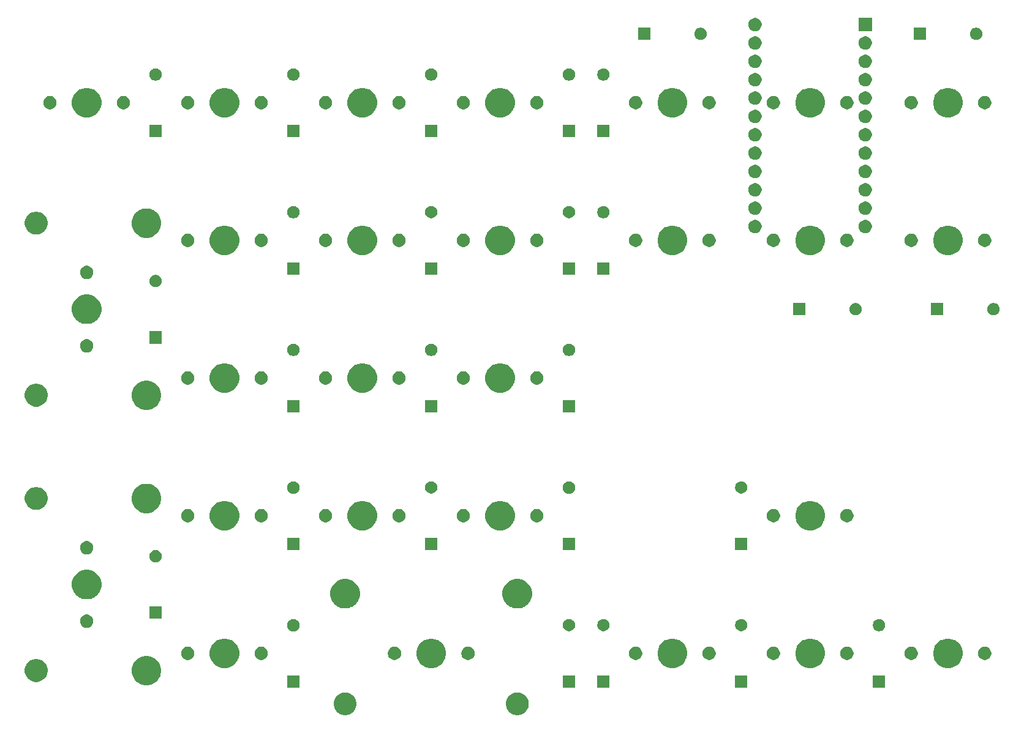
<source format=gts>
G04 #@! TF.GenerationSoftware,KiCad,Pcbnew,(5.1.4-0)*
G04 #@! TF.CreationDate,2020-10-08T17:29:41+11:00*
G04 #@! TF.ProjectId,NumNavPad,4e756d4e-6176-4506-9164-2e6b69636164,rev?*
G04 #@! TF.SameCoordinates,Original*
G04 #@! TF.FileFunction,Soldermask,Top*
G04 #@! TF.FilePolarity,Negative*
%FSLAX46Y46*%
G04 Gerber Fmt 4.6, Leading zero omitted, Abs format (unit mm)*
G04 Created by KiCad (PCBNEW (5.1.4-0)) date 2020-10-08 17:29:41*
%MOMM*%
%LPD*%
G04 APERTURE LIST*
%ADD10C,0.100000*%
G04 APERTURE END LIST*
D10*
G36*
X102853161Y-124533026D02*
G01*
X102971887Y-124582204D01*
X103139791Y-124651752D01*
X103139792Y-124651753D01*
X103397754Y-124824117D01*
X103617133Y-125043496D01*
X103732303Y-125215861D01*
X103789498Y-125301459D01*
X103908224Y-125588090D01*
X103968750Y-125892375D01*
X103968750Y-126202625D01*
X103908224Y-126506910D01*
X103789498Y-126793541D01*
X103789497Y-126793542D01*
X103617133Y-127051504D01*
X103397754Y-127270883D01*
X103225389Y-127386053D01*
X103139791Y-127443248D01*
X102971887Y-127512796D01*
X102853161Y-127561974D01*
X102548875Y-127622500D01*
X102238625Y-127622500D01*
X101934339Y-127561974D01*
X101815613Y-127512796D01*
X101647709Y-127443248D01*
X101562111Y-127386053D01*
X101389746Y-127270883D01*
X101170367Y-127051504D01*
X100998003Y-126793542D01*
X100998002Y-126793541D01*
X100879276Y-126506910D01*
X100818750Y-126202625D01*
X100818750Y-125892375D01*
X100879276Y-125588090D01*
X100998002Y-125301459D01*
X101055197Y-125215861D01*
X101170367Y-125043496D01*
X101389746Y-124824117D01*
X101647708Y-124651753D01*
X101647709Y-124651752D01*
X101815613Y-124582204D01*
X101934339Y-124533026D01*
X102238625Y-124472500D01*
X102548875Y-124472500D01*
X102853161Y-124533026D01*
X102853161Y-124533026D01*
G37*
G36*
X79040661Y-124533026D02*
G01*
X79159387Y-124582204D01*
X79327291Y-124651752D01*
X79327292Y-124651753D01*
X79585254Y-124824117D01*
X79804633Y-125043496D01*
X79919803Y-125215861D01*
X79976998Y-125301459D01*
X80095724Y-125588090D01*
X80156250Y-125892375D01*
X80156250Y-126202625D01*
X80095724Y-126506910D01*
X79976998Y-126793541D01*
X79976997Y-126793542D01*
X79804633Y-127051504D01*
X79585254Y-127270883D01*
X79412889Y-127386053D01*
X79327291Y-127443248D01*
X79159387Y-127512796D01*
X79040661Y-127561974D01*
X78736375Y-127622500D01*
X78426125Y-127622500D01*
X78121839Y-127561974D01*
X78003113Y-127512796D01*
X77835209Y-127443248D01*
X77749611Y-127386053D01*
X77577246Y-127270883D01*
X77357867Y-127051504D01*
X77185503Y-126793542D01*
X77185502Y-126793541D01*
X77066776Y-126506910D01*
X77006250Y-126202625D01*
X77006250Y-125892375D01*
X77066776Y-125588090D01*
X77185502Y-125301459D01*
X77242697Y-125215861D01*
X77357867Y-125043496D01*
X77577246Y-124824117D01*
X77835208Y-124651753D01*
X77835209Y-124651752D01*
X78003113Y-124582204D01*
X78121839Y-124533026D01*
X78426125Y-124472500D01*
X78736375Y-124472500D01*
X79040661Y-124533026D01*
X79040661Y-124533026D01*
G37*
G36*
X72288500Y-123826000D02*
G01*
X70586500Y-123826000D01*
X70586500Y-122124000D01*
X72288500Y-122124000D01*
X72288500Y-123826000D01*
X72288500Y-123826000D01*
G37*
G36*
X153251000Y-123813500D02*
G01*
X151549000Y-123813500D01*
X151549000Y-122111500D01*
X153251000Y-122111500D01*
X153251000Y-123813500D01*
X153251000Y-123813500D01*
G37*
G36*
X115151000Y-123801000D02*
G01*
X113449000Y-123801000D01*
X113449000Y-122099000D01*
X115151000Y-122099000D01*
X115151000Y-123801000D01*
X115151000Y-123801000D01*
G37*
G36*
X110388500Y-123801000D02*
G01*
X108686500Y-123801000D01*
X108686500Y-122099000D01*
X110388500Y-122099000D01*
X110388500Y-123801000D01*
X110388500Y-123801000D01*
G37*
G36*
X134201000Y-123801000D02*
G01*
X132499000Y-123801000D01*
X132499000Y-122099000D01*
X134201000Y-122099000D01*
X134201000Y-123801000D01*
X134201000Y-123801000D01*
G37*
G36*
X51713974Y-119477434D02*
G01*
X51931974Y-119567733D01*
X52086123Y-119631583D01*
X52421048Y-119855373D01*
X52705877Y-120140202D01*
X52929667Y-120475127D01*
X52929667Y-120475128D01*
X53083816Y-120847276D01*
X53162400Y-121242344D01*
X53162400Y-121645156D01*
X53083816Y-122040224D01*
X53021863Y-122189791D01*
X52929667Y-122412373D01*
X52705877Y-122747298D01*
X52421048Y-123032127D01*
X52086123Y-123255917D01*
X51931974Y-123319767D01*
X51713974Y-123410066D01*
X51318906Y-123488650D01*
X50916094Y-123488650D01*
X50521026Y-123410066D01*
X50303026Y-123319767D01*
X50148877Y-123255917D01*
X49813952Y-123032127D01*
X49529123Y-122747298D01*
X49305333Y-122412373D01*
X49213137Y-122189791D01*
X49151184Y-122040224D01*
X49072600Y-121645156D01*
X49072600Y-121242344D01*
X49151184Y-120847276D01*
X49305333Y-120475128D01*
X49305333Y-120475127D01*
X49529123Y-120140202D01*
X49813952Y-119855373D01*
X50148877Y-119631583D01*
X50303026Y-119567733D01*
X50521026Y-119477434D01*
X50916094Y-119398850D01*
X51318906Y-119398850D01*
X51713974Y-119477434D01*
X51713974Y-119477434D01*
G37*
G36*
X36336911Y-119929276D02*
G01*
X36393980Y-119952915D01*
X36623541Y-120048002D01*
X36623542Y-120048003D01*
X36881504Y-120220367D01*
X37100883Y-120439746D01*
X37124524Y-120475128D01*
X37273248Y-120697709D01*
X37391974Y-120984340D01*
X37452500Y-121288625D01*
X37452500Y-121598875D01*
X37391974Y-121903160D01*
X37273248Y-122189791D01*
X37273247Y-122189792D01*
X37100883Y-122447754D01*
X36881504Y-122667133D01*
X36761528Y-122747298D01*
X36623541Y-122839498D01*
X36455637Y-122909046D01*
X36336911Y-122958224D01*
X36184767Y-122988487D01*
X36032625Y-123018750D01*
X35722375Y-123018750D01*
X35570233Y-122988487D01*
X35418089Y-122958224D01*
X35299363Y-122909046D01*
X35131459Y-122839498D01*
X34993472Y-122747298D01*
X34873496Y-122667133D01*
X34654117Y-122447754D01*
X34481753Y-122189792D01*
X34481752Y-122189791D01*
X34363026Y-121903160D01*
X34302500Y-121598875D01*
X34302500Y-121288625D01*
X34363026Y-120984340D01*
X34481752Y-120697709D01*
X34630476Y-120475128D01*
X34654117Y-120439746D01*
X34873496Y-120220367D01*
X35131458Y-120048003D01*
X35131459Y-120048002D01*
X35361020Y-119952915D01*
X35418089Y-119929276D01*
X35722375Y-119868750D01*
X36032625Y-119868750D01*
X36336911Y-119929276D01*
X36336911Y-119929276D01*
G37*
G36*
X162521474Y-117096184D02*
G01*
X162739474Y-117186483D01*
X162893623Y-117250333D01*
X163228548Y-117474123D01*
X163513377Y-117758952D01*
X163737167Y-118093877D01*
X163769562Y-118172086D01*
X163891316Y-118466026D01*
X163969900Y-118861094D01*
X163969900Y-119263906D01*
X163891316Y-119658974D01*
X163840451Y-119781772D01*
X163737167Y-120031123D01*
X163513377Y-120366048D01*
X163228548Y-120650877D01*
X162893623Y-120874667D01*
X162739474Y-120938517D01*
X162521474Y-121028816D01*
X162126406Y-121107400D01*
X161723594Y-121107400D01*
X161328526Y-121028816D01*
X161110526Y-120938517D01*
X160956377Y-120874667D01*
X160621452Y-120650877D01*
X160336623Y-120366048D01*
X160112833Y-120031123D01*
X160009549Y-119781772D01*
X159958684Y-119658974D01*
X159880100Y-119263906D01*
X159880100Y-118861094D01*
X159958684Y-118466026D01*
X160080438Y-118172086D01*
X160112833Y-118093877D01*
X160336623Y-117758952D01*
X160621452Y-117474123D01*
X160956377Y-117250333D01*
X161110526Y-117186483D01*
X161328526Y-117096184D01*
X161723594Y-117017600D01*
X162126406Y-117017600D01*
X162521474Y-117096184D01*
X162521474Y-117096184D01*
G37*
G36*
X91083974Y-117096184D02*
G01*
X91301974Y-117186483D01*
X91456123Y-117250333D01*
X91791048Y-117474123D01*
X92075877Y-117758952D01*
X92299667Y-118093877D01*
X92332062Y-118172086D01*
X92453816Y-118466026D01*
X92532400Y-118861094D01*
X92532400Y-119263906D01*
X92453816Y-119658974D01*
X92402951Y-119781772D01*
X92299667Y-120031123D01*
X92075877Y-120366048D01*
X91791048Y-120650877D01*
X91456123Y-120874667D01*
X91301974Y-120938517D01*
X91083974Y-121028816D01*
X90688906Y-121107400D01*
X90286094Y-121107400D01*
X89891026Y-121028816D01*
X89673026Y-120938517D01*
X89518877Y-120874667D01*
X89183952Y-120650877D01*
X88899123Y-120366048D01*
X88675333Y-120031123D01*
X88572049Y-119781772D01*
X88521184Y-119658974D01*
X88442600Y-119263906D01*
X88442600Y-118861094D01*
X88521184Y-118466026D01*
X88642938Y-118172086D01*
X88675333Y-118093877D01*
X88899123Y-117758952D01*
X89183952Y-117474123D01*
X89518877Y-117250333D01*
X89673026Y-117186483D01*
X89891026Y-117096184D01*
X90286094Y-117017600D01*
X90688906Y-117017600D01*
X91083974Y-117096184D01*
X91083974Y-117096184D01*
G37*
G36*
X62508974Y-117096184D02*
G01*
X62726974Y-117186483D01*
X62881123Y-117250333D01*
X63216048Y-117474123D01*
X63500877Y-117758952D01*
X63724667Y-118093877D01*
X63757062Y-118172086D01*
X63878816Y-118466026D01*
X63957400Y-118861094D01*
X63957400Y-119263906D01*
X63878816Y-119658974D01*
X63827951Y-119781772D01*
X63724667Y-120031123D01*
X63500877Y-120366048D01*
X63216048Y-120650877D01*
X62881123Y-120874667D01*
X62726974Y-120938517D01*
X62508974Y-121028816D01*
X62113906Y-121107400D01*
X61711094Y-121107400D01*
X61316026Y-121028816D01*
X61098026Y-120938517D01*
X60943877Y-120874667D01*
X60608952Y-120650877D01*
X60324123Y-120366048D01*
X60100333Y-120031123D01*
X59997049Y-119781772D01*
X59946184Y-119658974D01*
X59867600Y-119263906D01*
X59867600Y-118861094D01*
X59946184Y-118466026D01*
X60067938Y-118172086D01*
X60100333Y-118093877D01*
X60324123Y-117758952D01*
X60608952Y-117474123D01*
X60943877Y-117250333D01*
X61098026Y-117186483D01*
X61316026Y-117096184D01*
X61711094Y-117017600D01*
X62113906Y-117017600D01*
X62508974Y-117096184D01*
X62508974Y-117096184D01*
G37*
G36*
X124421474Y-117096184D02*
G01*
X124639474Y-117186483D01*
X124793623Y-117250333D01*
X125128548Y-117474123D01*
X125413377Y-117758952D01*
X125637167Y-118093877D01*
X125669562Y-118172086D01*
X125791316Y-118466026D01*
X125869900Y-118861094D01*
X125869900Y-119263906D01*
X125791316Y-119658974D01*
X125740451Y-119781772D01*
X125637167Y-120031123D01*
X125413377Y-120366048D01*
X125128548Y-120650877D01*
X124793623Y-120874667D01*
X124639474Y-120938517D01*
X124421474Y-121028816D01*
X124026406Y-121107400D01*
X123623594Y-121107400D01*
X123228526Y-121028816D01*
X123010526Y-120938517D01*
X122856377Y-120874667D01*
X122521452Y-120650877D01*
X122236623Y-120366048D01*
X122012833Y-120031123D01*
X121909549Y-119781772D01*
X121858684Y-119658974D01*
X121780100Y-119263906D01*
X121780100Y-118861094D01*
X121858684Y-118466026D01*
X121980438Y-118172086D01*
X122012833Y-118093877D01*
X122236623Y-117758952D01*
X122521452Y-117474123D01*
X122856377Y-117250333D01*
X123010526Y-117186483D01*
X123228526Y-117096184D01*
X123623594Y-117017600D01*
X124026406Y-117017600D01*
X124421474Y-117096184D01*
X124421474Y-117096184D01*
G37*
G36*
X143471474Y-117096184D02*
G01*
X143689474Y-117186483D01*
X143843623Y-117250333D01*
X144178548Y-117474123D01*
X144463377Y-117758952D01*
X144687167Y-118093877D01*
X144719562Y-118172086D01*
X144841316Y-118466026D01*
X144919900Y-118861094D01*
X144919900Y-119263906D01*
X144841316Y-119658974D01*
X144790451Y-119781772D01*
X144687167Y-120031123D01*
X144463377Y-120366048D01*
X144178548Y-120650877D01*
X143843623Y-120874667D01*
X143689474Y-120938517D01*
X143471474Y-121028816D01*
X143076406Y-121107400D01*
X142673594Y-121107400D01*
X142278526Y-121028816D01*
X142060526Y-120938517D01*
X141906377Y-120874667D01*
X141571452Y-120650877D01*
X141286623Y-120366048D01*
X141062833Y-120031123D01*
X140959549Y-119781772D01*
X140908684Y-119658974D01*
X140830100Y-119263906D01*
X140830100Y-118861094D01*
X140908684Y-118466026D01*
X141030438Y-118172086D01*
X141062833Y-118093877D01*
X141286623Y-117758952D01*
X141571452Y-117474123D01*
X141906377Y-117250333D01*
X142060526Y-117186483D01*
X142278526Y-117096184D01*
X142673594Y-117017600D01*
X143076406Y-117017600D01*
X143471474Y-117096184D01*
X143471474Y-117096184D01*
G37*
G36*
X148225104Y-118172085D02*
G01*
X148393626Y-118241889D01*
X148545291Y-118343228D01*
X148674272Y-118472209D01*
X148775611Y-118623874D01*
X148845415Y-118792396D01*
X148881000Y-118971297D01*
X148881000Y-119153703D01*
X148845415Y-119332604D01*
X148775611Y-119501126D01*
X148674272Y-119652791D01*
X148545291Y-119781772D01*
X148393626Y-119883111D01*
X148225104Y-119952915D01*
X148046203Y-119988500D01*
X147863797Y-119988500D01*
X147684896Y-119952915D01*
X147516374Y-119883111D01*
X147364709Y-119781772D01*
X147235728Y-119652791D01*
X147134389Y-119501126D01*
X147064585Y-119332604D01*
X147029000Y-119153703D01*
X147029000Y-118971297D01*
X147064585Y-118792396D01*
X147134389Y-118623874D01*
X147235728Y-118472209D01*
X147364709Y-118343228D01*
X147516374Y-118241889D01*
X147684896Y-118172085D01*
X147863797Y-118136500D01*
X148046203Y-118136500D01*
X148225104Y-118172085D01*
X148225104Y-118172085D01*
G37*
G36*
X167275104Y-118172085D02*
G01*
X167443626Y-118241889D01*
X167595291Y-118343228D01*
X167724272Y-118472209D01*
X167825611Y-118623874D01*
X167895415Y-118792396D01*
X167931000Y-118971297D01*
X167931000Y-119153703D01*
X167895415Y-119332604D01*
X167825611Y-119501126D01*
X167724272Y-119652791D01*
X167595291Y-119781772D01*
X167443626Y-119883111D01*
X167275104Y-119952915D01*
X167096203Y-119988500D01*
X166913797Y-119988500D01*
X166734896Y-119952915D01*
X166566374Y-119883111D01*
X166414709Y-119781772D01*
X166285728Y-119652791D01*
X166184389Y-119501126D01*
X166114585Y-119332604D01*
X166079000Y-119153703D01*
X166079000Y-118971297D01*
X166114585Y-118792396D01*
X166184389Y-118623874D01*
X166285728Y-118472209D01*
X166414709Y-118343228D01*
X166566374Y-118241889D01*
X166734896Y-118172085D01*
X166913797Y-118136500D01*
X167096203Y-118136500D01*
X167275104Y-118172085D01*
X167275104Y-118172085D01*
G37*
G36*
X138065104Y-118172085D02*
G01*
X138233626Y-118241889D01*
X138385291Y-118343228D01*
X138514272Y-118472209D01*
X138615611Y-118623874D01*
X138685415Y-118792396D01*
X138721000Y-118971297D01*
X138721000Y-119153703D01*
X138685415Y-119332604D01*
X138615611Y-119501126D01*
X138514272Y-119652791D01*
X138385291Y-119781772D01*
X138233626Y-119883111D01*
X138065104Y-119952915D01*
X137886203Y-119988500D01*
X137703797Y-119988500D01*
X137524896Y-119952915D01*
X137356374Y-119883111D01*
X137204709Y-119781772D01*
X137075728Y-119652791D01*
X136974389Y-119501126D01*
X136904585Y-119332604D01*
X136869000Y-119153703D01*
X136869000Y-118971297D01*
X136904585Y-118792396D01*
X136974389Y-118623874D01*
X137075728Y-118472209D01*
X137204709Y-118343228D01*
X137356374Y-118241889D01*
X137524896Y-118172085D01*
X137703797Y-118136500D01*
X137886203Y-118136500D01*
X138065104Y-118172085D01*
X138065104Y-118172085D01*
G37*
G36*
X129175104Y-118172085D02*
G01*
X129343626Y-118241889D01*
X129495291Y-118343228D01*
X129624272Y-118472209D01*
X129725611Y-118623874D01*
X129795415Y-118792396D01*
X129831000Y-118971297D01*
X129831000Y-119153703D01*
X129795415Y-119332604D01*
X129725611Y-119501126D01*
X129624272Y-119652791D01*
X129495291Y-119781772D01*
X129343626Y-119883111D01*
X129175104Y-119952915D01*
X128996203Y-119988500D01*
X128813797Y-119988500D01*
X128634896Y-119952915D01*
X128466374Y-119883111D01*
X128314709Y-119781772D01*
X128185728Y-119652791D01*
X128084389Y-119501126D01*
X128014585Y-119332604D01*
X127979000Y-119153703D01*
X127979000Y-118971297D01*
X128014585Y-118792396D01*
X128084389Y-118623874D01*
X128185728Y-118472209D01*
X128314709Y-118343228D01*
X128466374Y-118241889D01*
X128634896Y-118172085D01*
X128813797Y-118136500D01*
X128996203Y-118136500D01*
X129175104Y-118172085D01*
X129175104Y-118172085D01*
G37*
G36*
X85677604Y-118172085D02*
G01*
X85846126Y-118241889D01*
X85997791Y-118343228D01*
X86126772Y-118472209D01*
X86228111Y-118623874D01*
X86297915Y-118792396D01*
X86333500Y-118971297D01*
X86333500Y-119153703D01*
X86297915Y-119332604D01*
X86228111Y-119501126D01*
X86126772Y-119652791D01*
X85997791Y-119781772D01*
X85846126Y-119883111D01*
X85677604Y-119952915D01*
X85498703Y-119988500D01*
X85316297Y-119988500D01*
X85137396Y-119952915D01*
X84968874Y-119883111D01*
X84817209Y-119781772D01*
X84688228Y-119652791D01*
X84586889Y-119501126D01*
X84517085Y-119332604D01*
X84481500Y-119153703D01*
X84481500Y-118971297D01*
X84517085Y-118792396D01*
X84586889Y-118623874D01*
X84688228Y-118472209D01*
X84817209Y-118343228D01*
X84968874Y-118241889D01*
X85137396Y-118172085D01*
X85316297Y-118136500D01*
X85498703Y-118136500D01*
X85677604Y-118172085D01*
X85677604Y-118172085D01*
G37*
G36*
X95837604Y-118172085D02*
G01*
X96006126Y-118241889D01*
X96157791Y-118343228D01*
X96286772Y-118472209D01*
X96388111Y-118623874D01*
X96457915Y-118792396D01*
X96493500Y-118971297D01*
X96493500Y-119153703D01*
X96457915Y-119332604D01*
X96388111Y-119501126D01*
X96286772Y-119652791D01*
X96157791Y-119781772D01*
X96006126Y-119883111D01*
X95837604Y-119952915D01*
X95658703Y-119988500D01*
X95476297Y-119988500D01*
X95297396Y-119952915D01*
X95128874Y-119883111D01*
X94977209Y-119781772D01*
X94848228Y-119652791D01*
X94746889Y-119501126D01*
X94677085Y-119332604D01*
X94641500Y-119153703D01*
X94641500Y-118971297D01*
X94677085Y-118792396D01*
X94746889Y-118623874D01*
X94848228Y-118472209D01*
X94977209Y-118343228D01*
X95128874Y-118241889D01*
X95297396Y-118172085D01*
X95476297Y-118136500D01*
X95658703Y-118136500D01*
X95837604Y-118172085D01*
X95837604Y-118172085D01*
G37*
G36*
X57102604Y-118172085D02*
G01*
X57271126Y-118241889D01*
X57422791Y-118343228D01*
X57551772Y-118472209D01*
X57653111Y-118623874D01*
X57722915Y-118792396D01*
X57758500Y-118971297D01*
X57758500Y-119153703D01*
X57722915Y-119332604D01*
X57653111Y-119501126D01*
X57551772Y-119652791D01*
X57422791Y-119781772D01*
X57271126Y-119883111D01*
X57102604Y-119952915D01*
X56923703Y-119988500D01*
X56741297Y-119988500D01*
X56562396Y-119952915D01*
X56393874Y-119883111D01*
X56242209Y-119781772D01*
X56113228Y-119652791D01*
X56011889Y-119501126D01*
X55942085Y-119332604D01*
X55906500Y-119153703D01*
X55906500Y-118971297D01*
X55942085Y-118792396D01*
X56011889Y-118623874D01*
X56113228Y-118472209D01*
X56242209Y-118343228D01*
X56393874Y-118241889D01*
X56562396Y-118172085D01*
X56741297Y-118136500D01*
X56923703Y-118136500D01*
X57102604Y-118172085D01*
X57102604Y-118172085D01*
G37*
G36*
X157115104Y-118172085D02*
G01*
X157283626Y-118241889D01*
X157435291Y-118343228D01*
X157564272Y-118472209D01*
X157665611Y-118623874D01*
X157735415Y-118792396D01*
X157771000Y-118971297D01*
X157771000Y-119153703D01*
X157735415Y-119332604D01*
X157665611Y-119501126D01*
X157564272Y-119652791D01*
X157435291Y-119781772D01*
X157283626Y-119883111D01*
X157115104Y-119952915D01*
X156936203Y-119988500D01*
X156753797Y-119988500D01*
X156574896Y-119952915D01*
X156406374Y-119883111D01*
X156254709Y-119781772D01*
X156125728Y-119652791D01*
X156024389Y-119501126D01*
X155954585Y-119332604D01*
X155919000Y-119153703D01*
X155919000Y-118971297D01*
X155954585Y-118792396D01*
X156024389Y-118623874D01*
X156125728Y-118472209D01*
X156254709Y-118343228D01*
X156406374Y-118241889D01*
X156574896Y-118172085D01*
X156753797Y-118136500D01*
X156936203Y-118136500D01*
X157115104Y-118172085D01*
X157115104Y-118172085D01*
G37*
G36*
X67262604Y-118172085D02*
G01*
X67431126Y-118241889D01*
X67582791Y-118343228D01*
X67711772Y-118472209D01*
X67813111Y-118623874D01*
X67882915Y-118792396D01*
X67918500Y-118971297D01*
X67918500Y-119153703D01*
X67882915Y-119332604D01*
X67813111Y-119501126D01*
X67711772Y-119652791D01*
X67582791Y-119781772D01*
X67431126Y-119883111D01*
X67262604Y-119952915D01*
X67083703Y-119988500D01*
X66901297Y-119988500D01*
X66722396Y-119952915D01*
X66553874Y-119883111D01*
X66402209Y-119781772D01*
X66273228Y-119652791D01*
X66171889Y-119501126D01*
X66102085Y-119332604D01*
X66066500Y-119153703D01*
X66066500Y-118971297D01*
X66102085Y-118792396D01*
X66171889Y-118623874D01*
X66273228Y-118472209D01*
X66402209Y-118343228D01*
X66553874Y-118241889D01*
X66722396Y-118172085D01*
X66901297Y-118136500D01*
X67083703Y-118136500D01*
X67262604Y-118172085D01*
X67262604Y-118172085D01*
G37*
G36*
X119015104Y-118172085D02*
G01*
X119183626Y-118241889D01*
X119335291Y-118343228D01*
X119464272Y-118472209D01*
X119565611Y-118623874D01*
X119635415Y-118792396D01*
X119671000Y-118971297D01*
X119671000Y-119153703D01*
X119635415Y-119332604D01*
X119565611Y-119501126D01*
X119464272Y-119652791D01*
X119335291Y-119781772D01*
X119183626Y-119883111D01*
X119015104Y-119952915D01*
X118836203Y-119988500D01*
X118653797Y-119988500D01*
X118474896Y-119952915D01*
X118306374Y-119883111D01*
X118154709Y-119781772D01*
X118025728Y-119652791D01*
X117924389Y-119501126D01*
X117854585Y-119332604D01*
X117819000Y-119153703D01*
X117819000Y-118971297D01*
X117854585Y-118792396D01*
X117924389Y-118623874D01*
X118025728Y-118472209D01*
X118154709Y-118343228D01*
X118306374Y-118241889D01*
X118474896Y-118172085D01*
X118653797Y-118136500D01*
X118836203Y-118136500D01*
X119015104Y-118172085D01*
X119015104Y-118172085D01*
G37*
G36*
X71685728Y-114356703D02*
G01*
X71840600Y-114420853D01*
X71979981Y-114513985D01*
X72098515Y-114632519D01*
X72191647Y-114771900D01*
X72255797Y-114926772D01*
X72288500Y-115091184D01*
X72288500Y-115258816D01*
X72255797Y-115423228D01*
X72191647Y-115578100D01*
X72098515Y-115717481D01*
X71979981Y-115836015D01*
X71840600Y-115929147D01*
X71685728Y-115993297D01*
X71521316Y-116026000D01*
X71353684Y-116026000D01*
X71189272Y-115993297D01*
X71034400Y-115929147D01*
X70895019Y-115836015D01*
X70776485Y-115717481D01*
X70683353Y-115578100D01*
X70619203Y-115423228D01*
X70586500Y-115258816D01*
X70586500Y-115091184D01*
X70619203Y-114926772D01*
X70683353Y-114771900D01*
X70776485Y-114632519D01*
X70895019Y-114513985D01*
X71034400Y-114420853D01*
X71189272Y-114356703D01*
X71353684Y-114324000D01*
X71521316Y-114324000D01*
X71685728Y-114356703D01*
X71685728Y-114356703D01*
G37*
G36*
X152648228Y-114344203D02*
G01*
X152803100Y-114408353D01*
X152942481Y-114501485D01*
X153061015Y-114620019D01*
X153154147Y-114759400D01*
X153218297Y-114914272D01*
X153251000Y-115078684D01*
X153251000Y-115246316D01*
X153218297Y-115410728D01*
X153154147Y-115565600D01*
X153061015Y-115704981D01*
X152942481Y-115823515D01*
X152803100Y-115916647D01*
X152648228Y-115980797D01*
X152483816Y-116013500D01*
X152316184Y-116013500D01*
X152151772Y-115980797D01*
X151996900Y-115916647D01*
X151857519Y-115823515D01*
X151738985Y-115704981D01*
X151645853Y-115565600D01*
X151581703Y-115410728D01*
X151549000Y-115246316D01*
X151549000Y-115078684D01*
X151581703Y-114914272D01*
X151645853Y-114759400D01*
X151738985Y-114620019D01*
X151857519Y-114501485D01*
X151996900Y-114408353D01*
X152151772Y-114344203D01*
X152316184Y-114311500D01*
X152483816Y-114311500D01*
X152648228Y-114344203D01*
X152648228Y-114344203D01*
G37*
G36*
X109785728Y-114331703D02*
G01*
X109940600Y-114395853D01*
X110079981Y-114488985D01*
X110198515Y-114607519D01*
X110291647Y-114746900D01*
X110355797Y-114901772D01*
X110388500Y-115066184D01*
X110388500Y-115233816D01*
X110355797Y-115398228D01*
X110291647Y-115553100D01*
X110198515Y-115692481D01*
X110079981Y-115811015D01*
X109940600Y-115904147D01*
X109785728Y-115968297D01*
X109621316Y-116001000D01*
X109453684Y-116001000D01*
X109289272Y-115968297D01*
X109134400Y-115904147D01*
X108995019Y-115811015D01*
X108876485Y-115692481D01*
X108783353Y-115553100D01*
X108719203Y-115398228D01*
X108686500Y-115233816D01*
X108686500Y-115066184D01*
X108719203Y-114901772D01*
X108783353Y-114746900D01*
X108876485Y-114607519D01*
X108995019Y-114488985D01*
X109134400Y-114395853D01*
X109289272Y-114331703D01*
X109453684Y-114299000D01*
X109621316Y-114299000D01*
X109785728Y-114331703D01*
X109785728Y-114331703D01*
G37*
G36*
X133598228Y-114331703D02*
G01*
X133753100Y-114395853D01*
X133892481Y-114488985D01*
X134011015Y-114607519D01*
X134104147Y-114746900D01*
X134168297Y-114901772D01*
X134201000Y-115066184D01*
X134201000Y-115233816D01*
X134168297Y-115398228D01*
X134104147Y-115553100D01*
X134011015Y-115692481D01*
X133892481Y-115811015D01*
X133753100Y-115904147D01*
X133598228Y-115968297D01*
X133433816Y-116001000D01*
X133266184Y-116001000D01*
X133101772Y-115968297D01*
X132946900Y-115904147D01*
X132807519Y-115811015D01*
X132688985Y-115692481D01*
X132595853Y-115553100D01*
X132531703Y-115398228D01*
X132499000Y-115233816D01*
X132499000Y-115066184D01*
X132531703Y-114901772D01*
X132595853Y-114746900D01*
X132688985Y-114607519D01*
X132807519Y-114488985D01*
X132946900Y-114395853D01*
X133101772Y-114331703D01*
X133266184Y-114299000D01*
X133433816Y-114299000D01*
X133598228Y-114331703D01*
X133598228Y-114331703D01*
G37*
G36*
X114548228Y-114331703D02*
G01*
X114703100Y-114395853D01*
X114842481Y-114488985D01*
X114961015Y-114607519D01*
X115054147Y-114746900D01*
X115118297Y-114901772D01*
X115151000Y-115066184D01*
X115151000Y-115233816D01*
X115118297Y-115398228D01*
X115054147Y-115553100D01*
X114961015Y-115692481D01*
X114842481Y-115811015D01*
X114703100Y-115904147D01*
X114548228Y-115968297D01*
X114383816Y-116001000D01*
X114216184Y-116001000D01*
X114051772Y-115968297D01*
X113896900Y-115904147D01*
X113757519Y-115811015D01*
X113638985Y-115692481D01*
X113545853Y-115553100D01*
X113481703Y-115398228D01*
X113449000Y-115233816D01*
X113449000Y-115066184D01*
X113481703Y-114901772D01*
X113545853Y-114746900D01*
X113638985Y-114607519D01*
X113757519Y-114488985D01*
X113896900Y-114395853D01*
X114051772Y-114331703D01*
X114216184Y-114299000D01*
X114383816Y-114299000D01*
X114548228Y-114331703D01*
X114548228Y-114331703D01*
G37*
G36*
X43132604Y-113727085D02*
G01*
X43301126Y-113796889D01*
X43452791Y-113898228D01*
X43581772Y-114027209D01*
X43683111Y-114178874D01*
X43752915Y-114347396D01*
X43788500Y-114526297D01*
X43788500Y-114708703D01*
X43752915Y-114887604D01*
X43683111Y-115056126D01*
X43581772Y-115207791D01*
X43452791Y-115336772D01*
X43301126Y-115438111D01*
X43132604Y-115507915D01*
X42953703Y-115543500D01*
X42771297Y-115543500D01*
X42592396Y-115507915D01*
X42423874Y-115438111D01*
X42272209Y-115336772D01*
X42143228Y-115207791D01*
X42041889Y-115056126D01*
X41972085Y-114887604D01*
X41936500Y-114708703D01*
X41936500Y-114526297D01*
X41972085Y-114347396D01*
X42041889Y-114178874D01*
X42143228Y-114027209D01*
X42272209Y-113898228D01*
X42423874Y-113796889D01*
X42592396Y-113727085D01*
X42771297Y-113691500D01*
X42953703Y-113691500D01*
X43132604Y-113727085D01*
X43132604Y-113727085D01*
G37*
G36*
X53238500Y-114276000D02*
G01*
X51536500Y-114276000D01*
X51536500Y-112574000D01*
X53238500Y-112574000D01*
X53238500Y-114276000D01*
X53238500Y-114276000D01*
G37*
G36*
X102990224Y-108841184D02*
G01*
X103208224Y-108931483D01*
X103362373Y-108995333D01*
X103697298Y-109219123D01*
X103982127Y-109503952D01*
X104205917Y-109838877D01*
X104205917Y-109838878D01*
X104360066Y-110211026D01*
X104438650Y-110606094D01*
X104438650Y-111008906D01*
X104360066Y-111403974D01*
X104318710Y-111503815D01*
X104205917Y-111776123D01*
X103982127Y-112111048D01*
X103697298Y-112395877D01*
X103362373Y-112619667D01*
X103208224Y-112683517D01*
X102990224Y-112773816D01*
X102595156Y-112852400D01*
X102192344Y-112852400D01*
X101797276Y-112773816D01*
X101579276Y-112683517D01*
X101425127Y-112619667D01*
X101090202Y-112395877D01*
X100805373Y-112111048D01*
X100581583Y-111776123D01*
X100468790Y-111503815D01*
X100427434Y-111403974D01*
X100348850Y-111008906D01*
X100348850Y-110606094D01*
X100427434Y-110211026D01*
X100581583Y-109838878D01*
X100581583Y-109838877D01*
X100805373Y-109503952D01*
X101090202Y-109219123D01*
X101425127Y-108995333D01*
X101579276Y-108931483D01*
X101797276Y-108841184D01*
X102192344Y-108762600D01*
X102595156Y-108762600D01*
X102990224Y-108841184D01*
X102990224Y-108841184D01*
G37*
G36*
X79177724Y-108841184D02*
G01*
X79395724Y-108931483D01*
X79549873Y-108995333D01*
X79884798Y-109219123D01*
X80169627Y-109503952D01*
X80393417Y-109838877D01*
X80393417Y-109838878D01*
X80547566Y-110211026D01*
X80626150Y-110606094D01*
X80626150Y-111008906D01*
X80547566Y-111403974D01*
X80506210Y-111503815D01*
X80393417Y-111776123D01*
X80169627Y-112111048D01*
X79884798Y-112395877D01*
X79549873Y-112619667D01*
X79395724Y-112683517D01*
X79177724Y-112773816D01*
X78782656Y-112852400D01*
X78379844Y-112852400D01*
X77984776Y-112773816D01*
X77766776Y-112683517D01*
X77612627Y-112619667D01*
X77277702Y-112395877D01*
X76992873Y-112111048D01*
X76769083Y-111776123D01*
X76656290Y-111503815D01*
X76614934Y-111403974D01*
X76536350Y-111008906D01*
X76536350Y-110606094D01*
X76614934Y-110211026D01*
X76769083Y-109838878D01*
X76769083Y-109838877D01*
X76992873Y-109503952D01*
X77277702Y-109219123D01*
X77612627Y-108995333D01*
X77766776Y-108931483D01*
X77984776Y-108841184D01*
X78379844Y-108762600D01*
X78782656Y-108762600D01*
X79177724Y-108841184D01*
X79177724Y-108841184D01*
G37*
G36*
X43458974Y-107571184D02*
G01*
X43676974Y-107661483D01*
X43831123Y-107725333D01*
X44166048Y-107949123D01*
X44450877Y-108233952D01*
X44674667Y-108568877D01*
X44674667Y-108568878D01*
X44828816Y-108941026D01*
X44907400Y-109336094D01*
X44907400Y-109738906D01*
X44828816Y-110133974D01*
X44796900Y-110211025D01*
X44674667Y-110506123D01*
X44450877Y-110841048D01*
X44166048Y-111125877D01*
X43831123Y-111349667D01*
X43700014Y-111403974D01*
X43458974Y-111503816D01*
X43063906Y-111582400D01*
X42661094Y-111582400D01*
X42266026Y-111503816D01*
X42024986Y-111403974D01*
X41893877Y-111349667D01*
X41558952Y-111125877D01*
X41274123Y-110841048D01*
X41050333Y-110506123D01*
X40928100Y-110211025D01*
X40896184Y-110133974D01*
X40817600Y-109738906D01*
X40817600Y-109336094D01*
X40896184Y-108941026D01*
X41050333Y-108568878D01*
X41050333Y-108568877D01*
X41274123Y-108233952D01*
X41558952Y-107949123D01*
X41893877Y-107725333D01*
X42048026Y-107661483D01*
X42266026Y-107571184D01*
X42661094Y-107492600D01*
X43063906Y-107492600D01*
X43458974Y-107571184D01*
X43458974Y-107571184D01*
G37*
G36*
X52635728Y-104806703D02*
G01*
X52790600Y-104870853D01*
X52929981Y-104963985D01*
X53048515Y-105082519D01*
X53141647Y-105221900D01*
X53205797Y-105376772D01*
X53238500Y-105541184D01*
X53238500Y-105708816D01*
X53205797Y-105873228D01*
X53141647Y-106028100D01*
X53048515Y-106167481D01*
X52929981Y-106286015D01*
X52790600Y-106379147D01*
X52635728Y-106443297D01*
X52471316Y-106476000D01*
X52303684Y-106476000D01*
X52139272Y-106443297D01*
X51984400Y-106379147D01*
X51845019Y-106286015D01*
X51726485Y-106167481D01*
X51633353Y-106028100D01*
X51569203Y-105873228D01*
X51536500Y-105708816D01*
X51536500Y-105541184D01*
X51569203Y-105376772D01*
X51633353Y-105221900D01*
X51726485Y-105082519D01*
X51845019Y-104963985D01*
X51984400Y-104870853D01*
X52139272Y-104806703D01*
X52303684Y-104774000D01*
X52471316Y-104774000D01*
X52635728Y-104806703D01*
X52635728Y-104806703D01*
G37*
G36*
X43132604Y-103567085D02*
G01*
X43301126Y-103636889D01*
X43452791Y-103738228D01*
X43581772Y-103867209D01*
X43683111Y-104018874D01*
X43752915Y-104187396D01*
X43788500Y-104366297D01*
X43788500Y-104548703D01*
X43752915Y-104727604D01*
X43683111Y-104896126D01*
X43581772Y-105047791D01*
X43452791Y-105176772D01*
X43301126Y-105278111D01*
X43132604Y-105347915D01*
X42953703Y-105383500D01*
X42771297Y-105383500D01*
X42592396Y-105347915D01*
X42423874Y-105278111D01*
X42272209Y-105176772D01*
X42143228Y-105047791D01*
X42041889Y-104896126D01*
X41972085Y-104727604D01*
X41936500Y-104548703D01*
X41936500Y-104366297D01*
X41972085Y-104187396D01*
X42041889Y-104018874D01*
X42143228Y-103867209D01*
X42272209Y-103738228D01*
X42423874Y-103636889D01*
X42592396Y-103567085D01*
X42771297Y-103531500D01*
X42953703Y-103531500D01*
X43132604Y-103567085D01*
X43132604Y-103567085D01*
G37*
G36*
X110388500Y-104776000D02*
G01*
X108686500Y-104776000D01*
X108686500Y-103074000D01*
X110388500Y-103074000D01*
X110388500Y-104776000D01*
X110388500Y-104776000D01*
G37*
G36*
X72288500Y-104776000D02*
G01*
X70586500Y-104776000D01*
X70586500Y-103074000D01*
X72288500Y-103074000D01*
X72288500Y-104776000D01*
X72288500Y-104776000D01*
G37*
G36*
X134201000Y-104751000D02*
G01*
X132499000Y-104751000D01*
X132499000Y-103049000D01*
X134201000Y-103049000D01*
X134201000Y-104751000D01*
X134201000Y-104751000D01*
G37*
G36*
X91338500Y-104751000D02*
G01*
X89636500Y-104751000D01*
X89636500Y-103049000D01*
X91338500Y-103049000D01*
X91338500Y-104751000D01*
X91338500Y-104751000D01*
G37*
G36*
X62508974Y-98046184D02*
G01*
X62726974Y-98136483D01*
X62881123Y-98200333D01*
X63216048Y-98424123D01*
X63500877Y-98708952D01*
X63724667Y-99043877D01*
X63757062Y-99122086D01*
X63878816Y-99416026D01*
X63957400Y-99811094D01*
X63957400Y-100213906D01*
X63878816Y-100608974D01*
X63827951Y-100731772D01*
X63724667Y-100981123D01*
X63500877Y-101316048D01*
X63216048Y-101600877D01*
X62881123Y-101824667D01*
X62726974Y-101888517D01*
X62508974Y-101978816D01*
X62113906Y-102057400D01*
X61711094Y-102057400D01*
X61316026Y-101978816D01*
X61098026Y-101888517D01*
X60943877Y-101824667D01*
X60608952Y-101600877D01*
X60324123Y-101316048D01*
X60100333Y-100981123D01*
X59997049Y-100731772D01*
X59946184Y-100608974D01*
X59867600Y-100213906D01*
X59867600Y-99811094D01*
X59946184Y-99416026D01*
X60067938Y-99122086D01*
X60100333Y-99043877D01*
X60324123Y-98708952D01*
X60608952Y-98424123D01*
X60943877Y-98200333D01*
X61098026Y-98136483D01*
X61316026Y-98046184D01*
X61711094Y-97967600D01*
X62113906Y-97967600D01*
X62508974Y-98046184D01*
X62508974Y-98046184D01*
G37*
G36*
X81558974Y-98046184D02*
G01*
X81776974Y-98136483D01*
X81931123Y-98200333D01*
X82266048Y-98424123D01*
X82550877Y-98708952D01*
X82774667Y-99043877D01*
X82807062Y-99122086D01*
X82928816Y-99416026D01*
X83007400Y-99811094D01*
X83007400Y-100213906D01*
X82928816Y-100608974D01*
X82877951Y-100731772D01*
X82774667Y-100981123D01*
X82550877Y-101316048D01*
X82266048Y-101600877D01*
X81931123Y-101824667D01*
X81776974Y-101888517D01*
X81558974Y-101978816D01*
X81163906Y-102057400D01*
X80761094Y-102057400D01*
X80366026Y-101978816D01*
X80148026Y-101888517D01*
X79993877Y-101824667D01*
X79658952Y-101600877D01*
X79374123Y-101316048D01*
X79150333Y-100981123D01*
X79047049Y-100731772D01*
X78996184Y-100608974D01*
X78917600Y-100213906D01*
X78917600Y-99811094D01*
X78996184Y-99416026D01*
X79117938Y-99122086D01*
X79150333Y-99043877D01*
X79374123Y-98708952D01*
X79658952Y-98424123D01*
X79993877Y-98200333D01*
X80148026Y-98136483D01*
X80366026Y-98046184D01*
X80761094Y-97967600D01*
X81163906Y-97967600D01*
X81558974Y-98046184D01*
X81558974Y-98046184D01*
G37*
G36*
X100608974Y-98046184D02*
G01*
X100826974Y-98136483D01*
X100981123Y-98200333D01*
X101316048Y-98424123D01*
X101600877Y-98708952D01*
X101824667Y-99043877D01*
X101857062Y-99122086D01*
X101978816Y-99416026D01*
X102057400Y-99811094D01*
X102057400Y-100213906D01*
X101978816Y-100608974D01*
X101927951Y-100731772D01*
X101824667Y-100981123D01*
X101600877Y-101316048D01*
X101316048Y-101600877D01*
X100981123Y-101824667D01*
X100826974Y-101888517D01*
X100608974Y-101978816D01*
X100213906Y-102057400D01*
X99811094Y-102057400D01*
X99416026Y-101978816D01*
X99198026Y-101888517D01*
X99043877Y-101824667D01*
X98708952Y-101600877D01*
X98424123Y-101316048D01*
X98200333Y-100981123D01*
X98097049Y-100731772D01*
X98046184Y-100608974D01*
X97967600Y-100213906D01*
X97967600Y-99811094D01*
X98046184Y-99416026D01*
X98167938Y-99122086D01*
X98200333Y-99043877D01*
X98424123Y-98708952D01*
X98708952Y-98424123D01*
X99043877Y-98200333D01*
X99198026Y-98136483D01*
X99416026Y-98046184D01*
X99811094Y-97967600D01*
X100213906Y-97967600D01*
X100608974Y-98046184D01*
X100608974Y-98046184D01*
G37*
G36*
X143471474Y-98046184D02*
G01*
X143689474Y-98136483D01*
X143843623Y-98200333D01*
X144178548Y-98424123D01*
X144463377Y-98708952D01*
X144687167Y-99043877D01*
X144719562Y-99122086D01*
X144841316Y-99416026D01*
X144919900Y-99811094D01*
X144919900Y-100213906D01*
X144841316Y-100608974D01*
X144790451Y-100731772D01*
X144687167Y-100981123D01*
X144463377Y-101316048D01*
X144178548Y-101600877D01*
X143843623Y-101824667D01*
X143689474Y-101888517D01*
X143471474Y-101978816D01*
X143076406Y-102057400D01*
X142673594Y-102057400D01*
X142278526Y-101978816D01*
X142060526Y-101888517D01*
X141906377Y-101824667D01*
X141571452Y-101600877D01*
X141286623Y-101316048D01*
X141062833Y-100981123D01*
X140959549Y-100731772D01*
X140908684Y-100608974D01*
X140830100Y-100213906D01*
X140830100Y-99811094D01*
X140908684Y-99416026D01*
X141030438Y-99122086D01*
X141062833Y-99043877D01*
X141286623Y-98708952D01*
X141571452Y-98424123D01*
X141906377Y-98200333D01*
X142060526Y-98136483D01*
X142278526Y-98046184D01*
X142673594Y-97967600D01*
X143076406Y-97967600D01*
X143471474Y-98046184D01*
X143471474Y-98046184D01*
G37*
G36*
X95202604Y-99122085D02*
G01*
X95371126Y-99191889D01*
X95522791Y-99293228D01*
X95651772Y-99422209D01*
X95753111Y-99573874D01*
X95822915Y-99742396D01*
X95858500Y-99921297D01*
X95858500Y-100103703D01*
X95822915Y-100282604D01*
X95753111Y-100451126D01*
X95651772Y-100602791D01*
X95522791Y-100731772D01*
X95371126Y-100833111D01*
X95202604Y-100902915D01*
X95023703Y-100938500D01*
X94841297Y-100938500D01*
X94662396Y-100902915D01*
X94493874Y-100833111D01*
X94342209Y-100731772D01*
X94213228Y-100602791D01*
X94111889Y-100451126D01*
X94042085Y-100282604D01*
X94006500Y-100103703D01*
X94006500Y-99921297D01*
X94042085Y-99742396D01*
X94111889Y-99573874D01*
X94213228Y-99422209D01*
X94342209Y-99293228D01*
X94493874Y-99191889D01*
X94662396Y-99122085D01*
X94841297Y-99086500D01*
X95023703Y-99086500D01*
X95202604Y-99122085D01*
X95202604Y-99122085D01*
G37*
G36*
X105362604Y-99122085D02*
G01*
X105531126Y-99191889D01*
X105682791Y-99293228D01*
X105811772Y-99422209D01*
X105913111Y-99573874D01*
X105982915Y-99742396D01*
X106018500Y-99921297D01*
X106018500Y-100103703D01*
X105982915Y-100282604D01*
X105913111Y-100451126D01*
X105811772Y-100602791D01*
X105682791Y-100731772D01*
X105531126Y-100833111D01*
X105362604Y-100902915D01*
X105183703Y-100938500D01*
X105001297Y-100938500D01*
X104822396Y-100902915D01*
X104653874Y-100833111D01*
X104502209Y-100731772D01*
X104373228Y-100602791D01*
X104271889Y-100451126D01*
X104202085Y-100282604D01*
X104166500Y-100103703D01*
X104166500Y-99921297D01*
X104202085Y-99742396D01*
X104271889Y-99573874D01*
X104373228Y-99422209D01*
X104502209Y-99293228D01*
X104653874Y-99191889D01*
X104822396Y-99122085D01*
X105001297Y-99086500D01*
X105183703Y-99086500D01*
X105362604Y-99122085D01*
X105362604Y-99122085D01*
G37*
G36*
X138065104Y-99122085D02*
G01*
X138233626Y-99191889D01*
X138385291Y-99293228D01*
X138514272Y-99422209D01*
X138615611Y-99573874D01*
X138685415Y-99742396D01*
X138721000Y-99921297D01*
X138721000Y-100103703D01*
X138685415Y-100282604D01*
X138615611Y-100451126D01*
X138514272Y-100602791D01*
X138385291Y-100731772D01*
X138233626Y-100833111D01*
X138065104Y-100902915D01*
X137886203Y-100938500D01*
X137703797Y-100938500D01*
X137524896Y-100902915D01*
X137356374Y-100833111D01*
X137204709Y-100731772D01*
X137075728Y-100602791D01*
X136974389Y-100451126D01*
X136904585Y-100282604D01*
X136869000Y-100103703D01*
X136869000Y-99921297D01*
X136904585Y-99742396D01*
X136974389Y-99573874D01*
X137075728Y-99422209D01*
X137204709Y-99293228D01*
X137356374Y-99191889D01*
X137524896Y-99122085D01*
X137703797Y-99086500D01*
X137886203Y-99086500D01*
X138065104Y-99122085D01*
X138065104Y-99122085D01*
G37*
G36*
X148225104Y-99122085D02*
G01*
X148393626Y-99191889D01*
X148545291Y-99293228D01*
X148674272Y-99422209D01*
X148775611Y-99573874D01*
X148845415Y-99742396D01*
X148881000Y-99921297D01*
X148881000Y-100103703D01*
X148845415Y-100282604D01*
X148775611Y-100451126D01*
X148674272Y-100602791D01*
X148545291Y-100731772D01*
X148393626Y-100833111D01*
X148225104Y-100902915D01*
X148046203Y-100938500D01*
X147863797Y-100938500D01*
X147684896Y-100902915D01*
X147516374Y-100833111D01*
X147364709Y-100731772D01*
X147235728Y-100602791D01*
X147134389Y-100451126D01*
X147064585Y-100282604D01*
X147029000Y-100103703D01*
X147029000Y-99921297D01*
X147064585Y-99742396D01*
X147134389Y-99573874D01*
X147235728Y-99422209D01*
X147364709Y-99293228D01*
X147516374Y-99191889D01*
X147684896Y-99122085D01*
X147863797Y-99086500D01*
X148046203Y-99086500D01*
X148225104Y-99122085D01*
X148225104Y-99122085D01*
G37*
G36*
X86312604Y-99122085D02*
G01*
X86481126Y-99191889D01*
X86632791Y-99293228D01*
X86761772Y-99422209D01*
X86863111Y-99573874D01*
X86932915Y-99742396D01*
X86968500Y-99921297D01*
X86968500Y-100103703D01*
X86932915Y-100282604D01*
X86863111Y-100451126D01*
X86761772Y-100602791D01*
X86632791Y-100731772D01*
X86481126Y-100833111D01*
X86312604Y-100902915D01*
X86133703Y-100938500D01*
X85951297Y-100938500D01*
X85772396Y-100902915D01*
X85603874Y-100833111D01*
X85452209Y-100731772D01*
X85323228Y-100602791D01*
X85221889Y-100451126D01*
X85152085Y-100282604D01*
X85116500Y-100103703D01*
X85116500Y-99921297D01*
X85152085Y-99742396D01*
X85221889Y-99573874D01*
X85323228Y-99422209D01*
X85452209Y-99293228D01*
X85603874Y-99191889D01*
X85772396Y-99122085D01*
X85951297Y-99086500D01*
X86133703Y-99086500D01*
X86312604Y-99122085D01*
X86312604Y-99122085D01*
G37*
G36*
X76152604Y-99122085D02*
G01*
X76321126Y-99191889D01*
X76472791Y-99293228D01*
X76601772Y-99422209D01*
X76703111Y-99573874D01*
X76772915Y-99742396D01*
X76808500Y-99921297D01*
X76808500Y-100103703D01*
X76772915Y-100282604D01*
X76703111Y-100451126D01*
X76601772Y-100602791D01*
X76472791Y-100731772D01*
X76321126Y-100833111D01*
X76152604Y-100902915D01*
X75973703Y-100938500D01*
X75791297Y-100938500D01*
X75612396Y-100902915D01*
X75443874Y-100833111D01*
X75292209Y-100731772D01*
X75163228Y-100602791D01*
X75061889Y-100451126D01*
X74992085Y-100282604D01*
X74956500Y-100103703D01*
X74956500Y-99921297D01*
X74992085Y-99742396D01*
X75061889Y-99573874D01*
X75163228Y-99422209D01*
X75292209Y-99293228D01*
X75443874Y-99191889D01*
X75612396Y-99122085D01*
X75791297Y-99086500D01*
X75973703Y-99086500D01*
X76152604Y-99122085D01*
X76152604Y-99122085D01*
G37*
G36*
X57102604Y-99122085D02*
G01*
X57271126Y-99191889D01*
X57422791Y-99293228D01*
X57551772Y-99422209D01*
X57653111Y-99573874D01*
X57722915Y-99742396D01*
X57758500Y-99921297D01*
X57758500Y-100103703D01*
X57722915Y-100282604D01*
X57653111Y-100451126D01*
X57551772Y-100602791D01*
X57422791Y-100731772D01*
X57271126Y-100833111D01*
X57102604Y-100902915D01*
X56923703Y-100938500D01*
X56741297Y-100938500D01*
X56562396Y-100902915D01*
X56393874Y-100833111D01*
X56242209Y-100731772D01*
X56113228Y-100602791D01*
X56011889Y-100451126D01*
X55942085Y-100282604D01*
X55906500Y-100103703D01*
X55906500Y-99921297D01*
X55942085Y-99742396D01*
X56011889Y-99573874D01*
X56113228Y-99422209D01*
X56242209Y-99293228D01*
X56393874Y-99191889D01*
X56562396Y-99122085D01*
X56741297Y-99086500D01*
X56923703Y-99086500D01*
X57102604Y-99122085D01*
X57102604Y-99122085D01*
G37*
G36*
X67262604Y-99122085D02*
G01*
X67431126Y-99191889D01*
X67582791Y-99293228D01*
X67711772Y-99422209D01*
X67813111Y-99573874D01*
X67882915Y-99742396D01*
X67918500Y-99921297D01*
X67918500Y-100103703D01*
X67882915Y-100282604D01*
X67813111Y-100451126D01*
X67711772Y-100602791D01*
X67582791Y-100731772D01*
X67431126Y-100833111D01*
X67262604Y-100902915D01*
X67083703Y-100938500D01*
X66901297Y-100938500D01*
X66722396Y-100902915D01*
X66553874Y-100833111D01*
X66402209Y-100731772D01*
X66273228Y-100602791D01*
X66171889Y-100451126D01*
X66102085Y-100282604D01*
X66066500Y-100103703D01*
X66066500Y-99921297D01*
X66102085Y-99742396D01*
X66171889Y-99573874D01*
X66273228Y-99422209D01*
X66402209Y-99293228D01*
X66553874Y-99191889D01*
X66722396Y-99122085D01*
X66901297Y-99086500D01*
X67083703Y-99086500D01*
X67262604Y-99122085D01*
X67262604Y-99122085D01*
G37*
G36*
X51713974Y-95664934D02*
G01*
X51851509Y-95721903D01*
X52086123Y-95819083D01*
X52421048Y-96042873D01*
X52705877Y-96327702D01*
X52929667Y-96662627D01*
X52970420Y-96761015D01*
X53083816Y-97034776D01*
X53162400Y-97429844D01*
X53162400Y-97832656D01*
X53083816Y-98227724D01*
X53021863Y-98377291D01*
X52929667Y-98599873D01*
X52705877Y-98934798D01*
X52421048Y-99219627D01*
X52086123Y-99443417D01*
X51931974Y-99507267D01*
X51713974Y-99597566D01*
X51318906Y-99676150D01*
X50916094Y-99676150D01*
X50521026Y-99597566D01*
X50303026Y-99507267D01*
X50148877Y-99443417D01*
X49813952Y-99219627D01*
X49529123Y-98934798D01*
X49305333Y-98599873D01*
X49213137Y-98377291D01*
X49151184Y-98227724D01*
X49072600Y-97832656D01*
X49072600Y-97429844D01*
X49151184Y-97034776D01*
X49264580Y-96761015D01*
X49305333Y-96662627D01*
X49529123Y-96327702D01*
X49813952Y-96042873D01*
X50148877Y-95819083D01*
X50383491Y-95721903D01*
X50521026Y-95664934D01*
X50916094Y-95586350D01*
X51318906Y-95586350D01*
X51713974Y-95664934D01*
X51713974Y-95664934D01*
G37*
G36*
X36336911Y-96116776D02*
G01*
X36455637Y-96165954D01*
X36623541Y-96235502D01*
X36623542Y-96235503D01*
X36881504Y-96407867D01*
X37100883Y-96627246D01*
X37124524Y-96662628D01*
X37273248Y-96885209D01*
X37391974Y-97171840D01*
X37452500Y-97476125D01*
X37452500Y-97786375D01*
X37391974Y-98090660D01*
X37273248Y-98377291D01*
X37273247Y-98377292D01*
X37100883Y-98635254D01*
X36881504Y-98854633D01*
X36761528Y-98934798D01*
X36623541Y-99026998D01*
X36479890Y-99086500D01*
X36336911Y-99145724D01*
X36032625Y-99206250D01*
X35722375Y-99206250D01*
X35418089Y-99145724D01*
X35275110Y-99086500D01*
X35131459Y-99026998D01*
X34993472Y-98934798D01*
X34873496Y-98854633D01*
X34654117Y-98635254D01*
X34481753Y-98377292D01*
X34481752Y-98377291D01*
X34363026Y-98090660D01*
X34302500Y-97786375D01*
X34302500Y-97476125D01*
X34363026Y-97171840D01*
X34481752Y-96885209D01*
X34630476Y-96662628D01*
X34654117Y-96627246D01*
X34873496Y-96407867D01*
X35131458Y-96235503D01*
X35131459Y-96235502D01*
X35299363Y-96165954D01*
X35418089Y-96116776D01*
X35722375Y-96056250D01*
X36032625Y-96056250D01*
X36336911Y-96116776D01*
X36336911Y-96116776D01*
G37*
G36*
X109785728Y-95306703D02*
G01*
X109940600Y-95370853D01*
X110079981Y-95463985D01*
X110198515Y-95582519D01*
X110291647Y-95721900D01*
X110355797Y-95876772D01*
X110388500Y-96041184D01*
X110388500Y-96208816D01*
X110355797Y-96373228D01*
X110291647Y-96528100D01*
X110198515Y-96667481D01*
X110079981Y-96786015D01*
X109940600Y-96879147D01*
X109785728Y-96943297D01*
X109621316Y-96976000D01*
X109453684Y-96976000D01*
X109289272Y-96943297D01*
X109134400Y-96879147D01*
X108995019Y-96786015D01*
X108876485Y-96667481D01*
X108783353Y-96528100D01*
X108719203Y-96373228D01*
X108686500Y-96208816D01*
X108686500Y-96041184D01*
X108719203Y-95876772D01*
X108783353Y-95721900D01*
X108876485Y-95582519D01*
X108995019Y-95463985D01*
X109134400Y-95370853D01*
X109289272Y-95306703D01*
X109453684Y-95274000D01*
X109621316Y-95274000D01*
X109785728Y-95306703D01*
X109785728Y-95306703D01*
G37*
G36*
X71685728Y-95306703D02*
G01*
X71840600Y-95370853D01*
X71979981Y-95463985D01*
X72098515Y-95582519D01*
X72191647Y-95721900D01*
X72255797Y-95876772D01*
X72288500Y-96041184D01*
X72288500Y-96208816D01*
X72255797Y-96373228D01*
X72191647Y-96528100D01*
X72098515Y-96667481D01*
X71979981Y-96786015D01*
X71840600Y-96879147D01*
X71685728Y-96943297D01*
X71521316Y-96976000D01*
X71353684Y-96976000D01*
X71189272Y-96943297D01*
X71034400Y-96879147D01*
X70895019Y-96786015D01*
X70776485Y-96667481D01*
X70683353Y-96528100D01*
X70619203Y-96373228D01*
X70586500Y-96208816D01*
X70586500Y-96041184D01*
X70619203Y-95876772D01*
X70683353Y-95721900D01*
X70776485Y-95582519D01*
X70895019Y-95463985D01*
X71034400Y-95370853D01*
X71189272Y-95306703D01*
X71353684Y-95274000D01*
X71521316Y-95274000D01*
X71685728Y-95306703D01*
X71685728Y-95306703D01*
G37*
G36*
X133598228Y-95281703D02*
G01*
X133753100Y-95345853D01*
X133892481Y-95438985D01*
X134011015Y-95557519D01*
X134104147Y-95696900D01*
X134168297Y-95851772D01*
X134201000Y-96016184D01*
X134201000Y-96183816D01*
X134168297Y-96348228D01*
X134104147Y-96503100D01*
X134011015Y-96642481D01*
X133892481Y-96761015D01*
X133753100Y-96854147D01*
X133598228Y-96918297D01*
X133433816Y-96951000D01*
X133266184Y-96951000D01*
X133101772Y-96918297D01*
X132946900Y-96854147D01*
X132807519Y-96761015D01*
X132688985Y-96642481D01*
X132595853Y-96503100D01*
X132531703Y-96348228D01*
X132499000Y-96183816D01*
X132499000Y-96016184D01*
X132531703Y-95851772D01*
X132595853Y-95696900D01*
X132688985Y-95557519D01*
X132807519Y-95438985D01*
X132946900Y-95345853D01*
X133101772Y-95281703D01*
X133266184Y-95249000D01*
X133433816Y-95249000D01*
X133598228Y-95281703D01*
X133598228Y-95281703D01*
G37*
G36*
X90735728Y-95281703D02*
G01*
X90890600Y-95345853D01*
X91029981Y-95438985D01*
X91148515Y-95557519D01*
X91241647Y-95696900D01*
X91305797Y-95851772D01*
X91338500Y-96016184D01*
X91338500Y-96183816D01*
X91305797Y-96348228D01*
X91241647Y-96503100D01*
X91148515Y-96642481D01*
X91029981Y-96761015D01*
X90890600Y-96854147D01*
X90735728Y-96918297D01*
X90571316Y-96951000D01*
X90403684Y-96951000D01*
X90239272Y-96918297D01*
X90084400Y-96854147D01*
X89945019Y-96761015D01*
X89826485Y-96642481D01*
X89733353Y-96503100D01*
X89669203Y-96348228D01*
X89636500Y-96183816D01*
X89636500Y-96016184D01*
X89669203Y-95851772D01*
X89733353Y-95696900D01*
X89826485Y-95557519D01*
X89945019Y-95438985D01*
X90084400Y-95345853D01*
X90239272Y-95281703D01*
X90403684Y-95249000D01*
X90571316Y-95249000D01*
X90735728Y-95281703D01*
X90735728Y-95281703D01*
G37*
G36*
X72288500Y-85713500D02*
G01*
X70586500Y-85713500D01*
X70586500Y-84011500D01*
X72288500Y-84011500D01*
X72288500Y-85713500D01*
X72288500Y-85713500D01*
G37*
G36*
X91338500Y-85713500D02*
G01*
X89636500Y-85713500D01*
X89636500Y-84011500D01*
X91338500Y-84011500D01*
X91338500Y-85713500D01*
X91338500Y-85713500D01*
G37*
G36*
X110388500Y-85713500D02*
G01*
X108686500Y-85713500D01*
X108686500Y-84011500D01*
X110388500Y-84011500D01*
X110388500Y-85713500D01*
X110388500Y-85713500D01*
G37*
G36*
X51713974Y-81377434D02*
G01*
X51931974Y-81467733D01*
X52086123Y-81531583D01*
X52421048Y-81755373D01*
X52705877Y-82040202D01*
X52929667Y-82375127D01*
X52929667Y-82375128D01*
X53083816Y-82747276D01*
X53162400Y-83142344D01*
X53162400Y-83545156D01*
X53083816Y-83940224D01*
X53054292Y-84011500D01*
X52929667Y-84312373D01*
X52705877Y-84647298D01*
X52421048Y-84932127D01*
X52086123Y-85155917D01*
X51931974Y-85219767D01*
X51713974Y-85310066D01*
X51318906Y-85388650D01*
X50916094Y-85388650D01*
X50521026Y-85310066D01*
X50303026Y-85219767D01*
X50148877Y-85155917D01*
X49813952Y-84932127D01*
X49529123Y-84647298D01*
X49305333Y-84312373D01*
X49180708Y-84011500D01*
X49151184Y-83940224D01*
X49072600Y-83545156D01*
X49072600Y-83142344D01*
X49151184Y-82747276D01*
X49305333Y-82375128D01*
X49305333Y-82375127D01*
X49529123Y-82040202D01*
X49813952Y-81755373D01*
X50148877Y-81531583D01*
X50303026Y-81467733D01*
X50521026Y-81377434D01*
X50916094Y-81298850D01*
X51318906Y-81298850D01*
X51713974Y-81377434D01*
X51713974Y-81377434D01*
G37*
G36*
X36336911Y-81829276D02*
G01*
X36393980Y-81852915D01*
X36623541Y-81948002D01*
X36623542Y-81948003D01*
X36881504Y-82120367D01*
X37100883Y-82339746D01*
X37124524Y-82375128D01*
X37273248Y-82597709D01*
X37391974Y-82884340D01*
X37452500Y-83188625D01*
X37452500Y-83498875D01*
X37391974Y-83803160D01*
X37273248Y-84089791D01*
X37273247Y-84089792D01*
X37100883Y-84347754D01*
X36881504Y-84567133D01*
X36761528Y-84647298D01*
X36623541Y-84739498D01*
X36455637Y-84809046D01*
X36336911Y-84858224D01*
X36032625Y-84918750D01*
X35722375Y-84918750D01*
X35418089Y-84858224D01*
X35299363Y-84809046D01*
X35131459Y-84739498D01*
X34993472Y-84647298D01*
X34873496Y-84567133D01*
X34654117Y-84347754D01*
X34481753Y-84089792D01*
X34481752Y-84089791D01*
X34363026Y-83803160D01*
X34302500Y-83498875D01*
X34302500Y-83188625D01*
X34363026Y-82884340D01*
X34481752Y-82597709D01*
X34630476Y-82375128D01*
X34654117Y-82339746D01*
X34873496Y-82120367D01*
X35131458Y-81948003D01*
X35131459Y-81948002D01*
X35361020Y-81852915D01*
X35418089Y-81829276D01*
X35722375Y-81768750D01*
X36032625Y-81768750D01*
X36336911Y-81829276D01*
X36336911Y-81829276D01*
G37*
G36*
X62508974Y-78996184D02*
G01*
X62726974Y-79086483D01*
X62881123Y-79150333D01*
X63216048Y-79374123D01*
X63500877Y-79658952D01*
X63724667Y-79993877D01*
X63757062Y-80072086D01*
X63878816Y-80366026D01*
X63957400Y-80761094D01*
X63957400Y-81163906D01*
X63878816Y-81558974D01*
X63827951Y-81681772D01*
X63724667Y-81931123D01*
X63500877Y-82266048D01*
X63216048Y-82550877D01*
X62881123Y-82774667D01*
X62726974Y-82838517D01*
X62508974Y-82928816D01*
X62113906Y-83007400D01*
X61711094Y-83007400D01*
X61316026Y-82928816D01*
X61098026Y-82838517D01*
X60943877Y-82774667D01*
X60608952Y-82550877D01*
X60324123Y-82266048D01*
X60100333Y-81931123D01*
X59997049Y-81681772D01*
X59946184Y-81558974D01*
X59867600Y-81163906D01*
X59867600Y-80761094D01*
X59946184Y-80366026D01*
X60067938Y-80072086D01*
X60100333Y-79993877D01*
X60324123Y-79658952D01*
X60608952Y-79374123D01*
X60943877Y-79150333D01*
X61098026Y-79086483D01*
X61316026Y-78996184D01*
X61711094Y-78917600D01*
X62113906Y-78917600D01*
X62508974Y-78996184D01*
X62508974Y-78996184D01*
G37*
G36*
X81558974Y-78996184D02*
G01*
X81776974Y-79086483D01*
X81931123Y-79150333D01*
X82266048Y-79374123D01*
X82550877Y-79658952D01*
X82774667Y-79993877D01*
X82807062Y-80072086D01*
X82928816Y-80366026D01*
X83007400Y-80761094D01*
X83007400Y-81163906D01*
X82928816Y-81558974D01*
X82877951Y-81681772D01*
X82774667Y-81931123D01*
X82550877Y-82266048D01*
X82266048Y-82550877D01*
X81931123Y-82774667D01*
X81776974Y-82838517D01*
X81558974Y-82928816D01*
X81163906Y-83007400D01*
X80761094Y-83007400D01*
X80366026Y-82928816D01*
X80148026Y-82838517D01*
X79993877Y-82774667D01*
X79658952Y-82550877D01*
X79374123Y-82266048D01*
X79150333Y-81931123D01*
X79047049Y-81681772D01*
X78996184Y-81558974D01*
X78917600Y-81163906D01*
X78917600Y-80761094D01*
X78996184Y-80366026D01*
X79117938Y-80072086D01*
X79150333Y-79993877D01*
X79374123Y-79658952D01*
X79658952Y-79374123D01*
X79993877Y-79150333D01*
X80148026Y-79086483D01*
X80366026Y-78996184D01*
X80761094Y-78917600D01*
X81163906Y-78917600D01*
X81558974Y-78996184D01*
X81558974Y-78996184D01*
G37*
G36*
X100608974Y-78996184D02*
G01*
X100826974Y-79086483D01*
X100981123Y-79150333D01*
X101316048Y-79374123D01*
X101600877Y-79658952D01*
X101824667Y-79993877D01*
X101857062Y-80072086D01*
X101978816Y-80366026D01*
X102057400Y-80761094D01*
X102057400Y-81163906D01*
X101978816Y-81558974D01*
X101927951Y-81681772D01*
X101824667Y-81931123D01*
X101600877Y-82266048D01*
X101316048Y-82550877D01*
X100981123Y-82774667D01*
X100826974Y-82838517D01*
X100608974Y-82928816D01*
X100213906Y-83007400D01*
X99811094Y-83007400D01*
X99416026Y-82928816D01*
X99198026Y-82838517D01*
X99043877Y-82774667D01*
X98708952Y-82550877D01*
X98424123Y-82266048D01*
X98200333Y-81931123D01*
X98097049Y-81681772D01*
X98046184Y-81558974D01*
X97967600Y-81163906D01*
X97967600Y-80761094D01*
X98046184Y-80366026D01*
X98167938Y-80072086D01*
X98200333Y-79993877D01*
X98424123Y-79658952D01*
X98708952Y-79374123D01*
X99043877Y-79150333D01*
X99198026Y-79086483D01*
X99416026Y-78996184D01*
X99811094Y-78917600D01*
X100213906Y-78917600D01*
X100608974Y-78996184D01*
X100608974Y-78996184D01*
G37*
G36*
X105362604Y-80072085D02*
G01*
X105531126Y-80141889D01*
X105682791Y-80243228D01*
X105811772Y-80372209D01*
X105913111Y-80523874D01*
X105982915Y-80692396D01*
X106018500Y-80871297D01*
X106018500Y-81053703D01*
X105982915Y-81232604D01*
X105913111Y-81401126D01*
X105811772Y-81552791D01*
X105682791Y-81681772D01*
X105531126Y-81783111D01*
X105362604Y-81852915D01*
X105183703Y-81888500D01*
X105001297Y-81888500D01*
X104822396Y-81852915D01*
X104653874Y-81783111D01*
X104502209Y-81681772D01*
X104373228Y-81552791D01*
X104271889Y-81401126D01*
X104202085Y-81232604D01*
X104166500Y-81053703D01*
X104166500Y-80871297D01*
X104202085Y-80692396D01*
X104271889Y-80523874D01*
X104373228Y-80372209D01*
X104502209Y-80243228D01*
X104653874Y-80141889D01*
X104822396Y-80072085D01*
X105001297Y-80036500D01*
X105183703Y-80036500D01*
X105362604Y-80072085D01*
X105362604Y-80072085D01*
G37*
G36*
X67262604Y-80072085D02*
G01*
X67431126Y-80141889D01*
X67582791Y-80243228D01*
X67711772Y-80372209D01*
X67813111Y-80523874D01*
X67882915Y-80692396D01*
X67918500Y-80871297D01*
X67918500Y-81053703D01*
X67882915Y-81232604D01*
X67813111Y-81401126D01*
X67711772Y-81552791D01*
X67582791Y-81681772D01*
X67431126Y-81783111D01*
X67262604Y-81852915D01*
X67083703Y-81888500D01*
X66901297Y-81888500D01*
X66722396Y-81852915D01*
X66553874Y-81783111D01*
X66402209Y-81681772D01*
X66273228Y-81552791D01*
X66171889Y-81401126D01*
X66102085Y-81232604D01*
X66066500Y-81053703D01*
X66066500Y-80871297D01*
X66102085Y-80692396D01*
X66171889Y-80523874D01*
X66273228Y-80372209D01*
X66402209Y-80243228D01*
X66553874Y-80141889D01*
X66722396Y-80072085D01*
X66901297Y-80036500D01*
X67083703Y-80036500D01*
X67262604Y-80072085D01*
X67262604Y-80072085D01*
G37*
G36*
X57102604Y-80072085D02*
G01*
X57271126Y-80141889D01*
X57422791Y-80243228D01*
X57551772Y-80372209D01*
X57653111Y-80523874D01*
X57722915Y-80692396D01*
X57758500Y-80871297D01*
X57758500Y-81053703D01*
X57722915Y-81232604D01*
X57653111Y-81401126D01*
X57551772Y-81552791D01*
X57422791Y-81681772D01*
X57271126Y-81783111D01*
X57102604Y-81852915D01*
X56923703Y-81888500D01*
X56741297Y-81888500D01*
X56562396Y-81852915D01*
X56393874Y-81783111D01*
X56242209Y-81681772D01*
X56113228Y-81552791D01*
X56011889Y-81401126D01*
X55942085Y-81232604D01*
X55906500Y-81053703D01*
X55906500Y-80871297D01*
X55942085Y-80692396D01*
X56011889Y-80523874D01*
X56113228Y-80372209D01*
X56242209Y-80243228D01*
X56393874Y-80141889D01*
X56562396Y-80072085D01*
X56741297Y-80036500D01*
X56923703Y-80036500D01*
X57102604Y-80072085D01*
X57102604Y-80072085D01*
G37*
G36*
X86312604Y-80072085D02*
G01*
X86481126Y-80141889D01*
X86632791Y-80243228D01*
X86761772Y-80372209D01*
X86863111Y-80523874D01*
X86932915Y-80692396D01*
X86968500Y-80871297D01*
X86968500Y-81053703D01*
X86932915Y-81232604D01*
X86863111Y-81401126D01*
X86761772Y-81552791D01*
X86632791Y-81681772D01*
X86481126Y-81783111D01*
X86312604Y-81852915D01*
X86133703Y-81888500D01*
X85951297Y-81888500D01*
X85772396Y-81852915D01*
X85603874Y-81783111D01*
X85452209Y-81681772D01*
X85323228Y-81552791D01*
X85221889Y-81401126D01*
X85152085Y-81232604D01*
X85116500Y-81053703D01*
X85116500Y-80871297D01*
X85152085Y-80692396D01*
X85221889Y-80523874D01*
X85323228Y-80372209D01*
X85452209Y-80243228D01*
X85603874Y-80141889D01*
X85772396Y-80072085D01*
X85951297Y-80036500D01*
X86133703Y-80036500D01*
X86312604Y-80072085D01*
X86312604Y-80072085D01*
G37*
G36*
X95202604Y-80072085D02*
G01*
X95371126Y-80141889D01*
X95522791Y-80243228D01*
X95651772Y-80372209D01*
X95753111Y-80523874D01*
X95822915Y-80692396D01*
X95858500Y-80871297D01*
X95858500Y-81053703D01*
X95822915Y-81232604D01*
X95753111Y-81401126D01*
X95651772Y-81552791D01*
X95522791Y-81681772D01*
X95371126Y-81783111D01*
X95202604Y-81852915D01*
X95023703Y-81888500D01*
X94841297Y-81888500D01*
X94662396Y-81852915D01*
X94493874Y-81783111D01*
X94342209Y-81681772D01*
X94213228Y-81552791D01*
X94111889Y-81401126D01*
X94042085Y-81232604D01*
X94006500Y-81053703D01*
X94006500Y-80871297D01*
X94042085Y-80692396D01*
X94111889Y-80523874D01*
X94213228Y-80372209D01*
X94342209Y-80243228D01*
X94493874Y-80141889D01*
X94662396Y-80072085D01*
X94841297Y-80036500D01*
X95023703Y-80036500D01*
X95202604Y-80072085D01*
X95202604Y-80072085D01*
G37*
G36*
X76152604Y-80072085D02*
G01*
X76321126Y-80141889D01*
X76472791Y-80243228D01*
X76601772Y-80372209D01*
X76703111Y-80523874D01*
X76772915Y-80692396D01*
X76808500Y-80871297D01*
X76808500Y-81053703D01*
X76772915Y-81232604D01*
X76703111Y-81401126D01*
X76601772Y-81552791D01*
X76472791Y-81681772D01*
X76321126Y-81783111D01*
X76152604Y-81852915D01*
X75973703Y-81888500D01*
X75791297Y-81888500D01*
X75612396Y-81852915D01*
X75443874Y-81783111D01*
X75292209Y-81681772D01*
X75163228Y-81552791D01*
X75061889Y-81401126D01*
X74992085Y-81232604D01*
X74956500Y-81053703D01*
X74956500Y-80871297D01*
X74992085Y-80692396D01*
X75061889Y-80523874D01*
X75163228Y-80372209D01*
X75292209Y-80243228D01*
X75443874Y-80141889D01*
X75612396Y-80072085D01*
X75791297Y-80036500D01*
X75973703Y-80036500D01*
X76152604Y-80072085D01*
X76152604Y-80072085D01*
G37*
G36*
X90735728Y-76244203D02*
G01*
X90890600Y-76308353D01*
X91029981Y-76401485D01*
X91148515Y-76520019D01*
X91241647Y-76659400D01*
X91305797Y-76814272D01*
X91338500Y-76978684D01*
X91338500Y-77146316D01*
X91305797Y-77310728D01*
X91241647Y-77465600D01*
X91148515Y-77604981D01*
X91029981Y-77723515D01*
X90890600Y-77816647D01*
X90735728Y-77880797D01*
X90571316Y-77913500D01*
X90403684Y-77913500D01*
X90239272Y-77880797D01*
X90084400Y-77816647D01*
X89945019Y-77723515D01*
X89826485Y-77604981D01*
X89733353Y-77465600D01*
X89669203Y-77310728D01*
X89636500Y-77146316D01*
X89636500Y-76978684D01*
X89669203Y-76814272D01*
X89733353Y-76659400D01*
X89826485Y-76520019D01*
X89945019Y-76401485D01*
X90084400Y-76308353D01*
X90239272Y-76244203D01*
X90403684Y-76211500D01*
X90571316Y-76211500D01*
X90735728Y-76244203D01*
X90735728Y-76244203D01*
G37*
G36*
X71685728Y-76244203D02*
G01*
X71840600Y-76308353D01*
X71979981Y-76401485D01*
X72098515Y-76520019D01*
X72191647Y-76659400D01*
X72255797Y-76814272D01*
X72288500Y-76978684D01*
X72288500Y-77146316D01*
X72255797Y-77310728D01*
X72191647Y-77465600D01*
X72098515Y-77604981D01*
X71979981Y-77723515D01*
X71840600Y-77816647D01*
X71685728Y-77880797D01*
X71521316Y-77913500D01*
X71353684Y-77913500D01*
X71189272Y-77880797D01*
X71034400Y-77816647D01*
X70895019Y-77723515D01*
X70776485Y-77604981D01*
X70683353Y-77465600D01*
X70619203Y-77310728D01*
X70586500Y-77146316D01*
X70586500Y-76978684D01*
X70619203Y-76814272D01*
X70683353Y-76659400D01*
X70776485Y-76520019D01*
X70895019Y-76401485D01*
X71034400Y-76308353D01*
X71189272Y-76244203D01*
X71353684Y-76211500D01*
X71521316Y-76211500D01*
X71685728Y-76244203D01*
X71685728Y-76244203D01*
G37*
G36*
X109785728Y-76244203D02*
G01*
X109940600Y-76308353D01*
X110079981Y-76401485D01*
X110198515Y-76520019D01*
X110291647Y-76659400D01*
X110355797Y-76814272D01*
X110388500Y-76978684D01*
X110388500Y-77146316D01*
X110355797Y-77310728D01*
X110291647Y-77465600D01*
X110198515Y-77604981D01*
X110079981Y-77723515D01*
X109940600Y-77816647D01*
X109785728Y-77880797D01*
X109621316Y-77913500D01*
X109453684Y-77913500D01*
X109289272Y-77880797D01*
X109134400Y-77816647D01*
X108995019Y-77723515D01*
X108876485Y-77604981D01*
X108783353Y-77465600D01*
X108719203Y-77310728D01*
X108686500Y-77146316D01*
X108686500Y-76978684D01*
X108719203Y-76814272D01*
X108783353Y-76659400D01*
X108876485Y-76520019D01*
X108995019Y-76401485D01*
X109134400Y-76308353D01*
X109289272Y-76244203D01*
X109453684Y-76211500D01*
X109621316Y-76211500D01*
X109785728Y-76244203D01*
X109785728Y-76244203D01*
G37*
G36*
X43132604Y-75627085D02*
G01*
X43301126Y-75696889D01*
X43452791Y-75798228D01*
X43581772Y-75927209D01*
X43683111Y-76078874D01*
X43752915Y-76247396D01*
X43788500Y-76426297D01*
X43788500Y-76608703D01*
X43752915Y-76787604D01*
X43683111Y-76956126D01*
X43581772Y-77107791D01*
X43452791Y-77236772D01*
X43301126Y-77338111D01*
X43132604Y-77407915D01*
X42953703Y-77443500D01*
X42771297Y-77443500D01*
X42592396Y-77407915D01*
X42423874Y-77338111D01*
X42272209Y-77236772D01*
X42143228Y-77107791D01*
X42041889Y-76956126D01*
X41972085Y-76787604D01*
X41936500Y-76608703D01*
X41936500Y-76426297D01*
X41972085Y-76247396D01*
X42041889Y-76078874D01*
X42143228Y-75927209D01*
X42272209Y-75798228D01*
X42423874Y-75696889D01*
X42592396Y-75627085D01*
X42771297Y-75591500D01*
X42953703Y-75591500D01*
X43132604Y-75627085D01*
X43132604Y-75627085D01*
G37*
G36*
X53238500Y-76201000D02*
G01*
X51536500Y-76201000D01*
X51536500Y-74499000D01*
X53238500Y-74499000D01*
X53238500Y-76201000D01*
X53238500Y-76201000D01*
G37*
G36*
X43458974Y-69471184D02*
G01*
X43676974Y-69561483D01*
X43831123Y-69625333D01*
X44166048Y-69849123D01*
X44450877Y-70133952D01*
X44674667Y-70468877D01*
X44674667Y-70468878D01*
X44828816Y-70841026D01*
X44907400Y-71236094D01*
X44907400Y-71638906D01*
X44828816Y-72033974D01*
X44763505Y-72191648D01*
X44674667Y-72406123D01*
X44450877Y-72741048D01*
X44166048Y-73025877D01*
X43831123Y-73249667D01*
X43676974Y-73313517D01*
X43458974Y-73403816D01*
X43063906Y-73482400D01*
X42661094Y-73482400D01*
X42266026Y-73403816D01*
X42048026Y-73313517D01*
X41893877Y-73249667D01*
X41558952Y-73025877D01*
X41274123Y-72741048D01*
X41050333Y-72406123D01*
X40961495Y-72191648D01*
X40896184Y-72033974D01*
X40817600Y-71638906D01*
X40817600Y-71236094D01*
X40896184Y-70841026D01*
X41050333Y-70468878D01*
X41050333Y-70468877D01*
X41274123Y-70133952D01*
X41558952Y-69849123D01*
X41893877Y-69625333D01*
X42048026Y-69561483D01*
X42266026Y-69471184D01*
X42661094Y-69392600D01*
X43063906Y-69392600D01*
X43458974Y-69471184D01*
X43458974Y-69471184D01*
G37*
G36*
X168466978Y-70619203D02*
G01*
X168621850Y-70683353D01*
X168761231Y-70776485D01*
X168879765Y-70895019D01*
X168972897Y-71034400D01*
X169037047Y-71189272D01*
X169069750Y-71353684D01*
X169069750Y-71521316D01*
X169037047Y-71685728D01*
X168972897Y-71840600D01*
X168879765Y-71979981D01*
X168761231Y-72098515D01*
X168621850Y-72191647D01*
X168466978Y-72255797D01*
X168302566Y-72288500D01*
X168134934Y-72288500D01*
X167970522Y-72255797D01*
X167815650Y-72191647D01*
X167676269Y-72098515D01*
X167557735Y-71979981D01*
X167464603Y-71840600D01*
X167400453Y-71685728D01*
X167367750Y-71521316D01*
X167367750Y-71353684D01*
X167400453Y-71189272D01*
X167464603Y-71034400D01*
X167557735Y-70895019D01*
X167676269Y-70776485D01*
X167815650Y-70683353D01*
X167970522Y-70619203D01*
X168134934Y-70586500D01*
X168302566Y-70586500D01*
X168466978Y-70619203D01*
X168466978Y-70619203D01*
G37*
G36*
X161269750Y-72288500D02*
G01*
X159567750Y-72288500D01*
X159567750Y-70586500D01*
X161269750Y-70586500D01*
X161269750Y-72288500D01*
X161269750Y-72288500D01*
G37*
G36*
X149404478Y-70619203D02*
G01*
X149559350Y-70683353D01*
X149698731Y-70776485D01*
X149817265Y-70895019D01*
X149910397Y-71034400D01*
X149974547Y-71189272D01*
X150007250Y-71353684D01*
X150007250Y-71521316D01*
X149974547Y-71685728D01*
X149910397Y-71840600D01*
X149817265Y-71979981D01*
X149698731Y-72098515D01*
X149559350Y-72191647D01*
X149404478Y-72255797D01*
X149240066Y-72288500D01*
X149072434Y-72288500D01*
X148908022Y-72255797D01*
X148753150Y-72191647D01*
X148613769Y-72098515D01*
X148495235Y-71979981D01*
X148402103Y-71840600D01*
X148337953Y-71685728D01*
X148305250Y-71521316D01*
X148305250Y-71353684D01*
X148337953Y-71189272D01*
X148402103Y-71034400D01*
X148495235Y-70895019D01*
X148613769Y-70776485D01*
X148753150Y-70683353D01*
X148908022Y-70619203D01*
X149072434Y-70586500D01*
X149240066Y-70586500D01*
X149404478Y-70619203D01*
X149404478Y-70619203D01*
G37*
G36*
X142207250Y-72288500D02*
G01*
X140505250Y-72288500D01*
X140505250Y-70586500D01*
X142207250Y-70586500D01*
X142207250Y-72288500D01*
X142207250Y-72288500D01*
G37*
G36*
X52635728Y-66731703D02*
G01*
X52790600Y-66795853D01*
X52929981Y-66888985D01*
X53048515Y-67007519D01*
X53141647Y-67146900D01*
X53205797Y-67301772D01*
X53238500Y-67466184D01*
X53238500Y-67633816D01*
X53205797Y-67798228D01*
X53141647Y-67953100D01*
X53048515Y-68092481D01*
X52929981Y-68211015D01*
X52790600Y-68304147D01*
X52635728Y-68368297D01*
X52471316Y-68401000D01*
X52303684Y-68401000D01*
X52139272Y-68368297D01*
X51984400Y-68304147D01*
X51845019Y-68211015D01*
X51726485Y-68092481D01*
X51633353Y-67953100D01*
X51569203Y-67798228D01*
X51536500Y-67633816D01*
X51536500Y-67466184D01*
X51569203Y-67301772D01*
X51633353Y-67146900D01*
X51726485Y-67007519D01*
X51845019Y-66888985D01*
X51984400Y-66795853D01*
X52139272Y-66731703D01*
X52303684Y-66699000D01*
X52471316Y-66699000D01*
X52635728Y-66731703D01*
X52635728Y-66731703D01*
G37*
G36*
X43132604Y-65467085D02*
G01*
X43301126Y-65536889D01*
X43452791Y-65638228D01*
X43581772Y-65767209D01*
X43683111Y-65918874D01*
X43752915Y-66087396D01*
X43788500Y-66266297D01*
X43788500Y-66448703D01*
X43752915Y-66627604D01*
X43683111Y-66796126D01*
X43581772Y-66947791D01*
X43452791Y-67076772D01*
X43301126Y-67178111D01*
X43132604Y-67247915D01*
X42953703Y-67283500D01*
X42771297Y-67283500D01*
X42592396Y-67247915D01*
X42423874Y-67178111D01*
X42272209Y-67076772D01*
X42143228Y-66947791D01*
X42041889Y-66796126D01*
X41972085Y-66627604D01*
X41936500Y-66448703D01*
X41936500Y-66266297D01*
X41972085Y-66087396D01*
X42041889Y-65918874D01*
X42143228Y-65767209D01*
X42272209Y-65638228D01*
X42423874Y-65536889D01*
X42592396Y-65467085D01*
X42771297Y-65431500D01*
X42953703Y-65431500D01*
X43132604Y-65467085D01*
X43132604Y-65467085D01*
G37*
G36*
X115151000Y-66663500D02*
G01*
X113449000Y-66663500D01*
X113449000Y-64961500D01*
X115151000Y-64961500D01*
X115151000Y-66663500D01*
X115151000Y-66663500D01*
G37*
G36*
X72288500Y-66663500D02*
G01*
X70586500Y-66663500D01*
X70586500Y-64961500D01*
X72288500Y-64961500D01*
X72288500Y-66663500D01*
X72288500Y-66663500D01*
G37*
G36*
X91338500Y-66651000D02*
G01*
X89636500Y-66651000D01*
X89636500Y-64949000D01*
X91338500Y-64949000D01*
X91338500Y-66651000D01*
X91338500Y-66651000D01*
G37*
G36*
X110388500Y-66651000D02*
G01*
X108686500Y-66651000D01*
X108686500Y-64949000D01*
X110388500Y-64949000D01*
X110388500Y-66651000D01*
X110388500Y-66651000D01*
G37*
G36*
X81558974Y-59946184D02*
G01*
X81776974Y-60036483D01*
X81931123Y-60100333D01*
X82266048Y-60324123D01*
X82550877Y-60608952D01*
X82774667Y-60943877D01*
X82807062Y-61022086D01*
X82928816Y-61316026D01*
X83007400Y-61711094D01*
X83007400Y-62113906D01*
X82928816Y-62508974D01*
X82877951Y-62631772D01*
X82774667Y-62881123D01*
X82550877Y-63216048D01*
X82266048Y-63500877D01*
X81931123Y-63724667D01*
X81776974Y-63788517D01*
X81558974Y-63878816D01*
X81163906Y-63957400D01*
X80761094Y-63957400D01*
X80366026Y-63878816D01*
X80148026Y-63788517D01*
X79993877Y-63724667D01*
X79658952Y-63500877D01*
X79374123Y-63216048D01*
X79150333Y-62881123D01*
X79047049Y-62631772D01*
X78996184Y-62508974D01*
X78917600Y-62113906D01*
X78917600Y-61711094D01*
X78996184Y-61316026D01*
X79117938Y-61022086D01*
X79150333Y-60943877D01*
X79374123Y-60608952D01*
X79658952Y-60324123D01*
X79993877Y-60100333D01*
X80148026Y-60036483D01*
X80366026Y-59946184D01*
X80761094Y-59867600D01*
X81163906Y-59867600D01*
X81558974Y-59946184D01*
X81558974Y-59946184D01*
G37*
G36*
X143471474Y-59946184D02*
G01*
X143689474Y-60036483D01*
X143843623Y-60100333D01*
X144178548Y-60324123D01*
X144463377Y-60608952D01*
X144687167Y-60943877D01*
X144719562Y-61022086D01*
X144841316Y-61316026D01*
X144919900Y-61711094D01*
X144919900Y-62113906D01*
X144841316Y-62508974D01*
X144790451Y-62631772D01*
X144687167Y-62881123D01*
X144463377Y-63216048D01*
X144178548Y-63500877D01*
X143843623Y-63724667D01*
X143689474Y-63788517D01*
X143471474Y-63878816D01*
X143076406Y-63957400D01*
X142673594Y-63957400D01*
X142278526Y-63878816D01*
X142060526Y-63788517D01*
X141906377Y-63724667D01*
X141571452Y-63500877D01*
X141286623Y-63216048D01*
X141062833Y-62881123D01*
X140959549Y-62631772D01*
X140908684Y-62508974D01*
X140830100Y-62113906D01*
X140830100Y-61711094D01*
X140908684Y-61316026D01*
X141030438Y-61022086D01*
X141062833Y-60943877D01*
X141286623Y-60608952D01*
X141571452Y-60324123D01*
X141906377Y-60100333D01*
X142060526Y-60036483D01*
X142278526Y-59946184D01*
X142673594Y-59867600D01*
X143076406Y-59867600D01*
X143471474Y-59946184D01*
X143471474Y-59946184D01*
G37*
G36*
X62508974Y-59946184D02*
G01*
X62726974Y-60036483D01*
X62881123Y-60100333D01*
X63216048Y-60324123D01*
X63500877Y-60608952D01*
X63724667Y-60943877D01*
X63757062Y-61022086D01*
X63878816Y-61316026D01*
X63957400Y-61711094D01*
X63957400Y-62113906D01*
X63878816Y-62508974D01*
X63827951Y-62631772D01*
X63724667Y-62881123D01*
X63500877Y-63216048D01*
X63216048Y-63500877D01*
X62881123Y-63724667D01*
X62726974Y-63788517D01*
X62508974Y-63878816D01*
X62113906Y-63957400D01*
X61711094Y-63957400D01*
X61316026Y-63878816D01*
X61098026Y-63788517D01*
X60943877Y-63724667D01*
X60608952Y-63500877D01*
X60324123Y-63216048D01*
X60100333Y-62881123D01*
X59997049Y-62631772D01*
X59946184Y-62508974D01*
X59867600Y-62113906D01*
X59867600Y-61711094D01*
X59946184Y-61316026D01*
X60067938Y-61022086D01*
X60100333Y-60943877D01*
X60324123Y-60608952D01*
X60608952Y-60324123D01*
X60943877Y-60100333D01*
X61098026Y-60036483D01*
X61316026Y-59946184D01*
X61711094Y-59867600D01*
X62113906Y-59867600D01*
X62508974Y-59946184D01*
X62508974Y-59946184D01*
G37*
G36*
X100608974Y-59946184D02*
G01*
X100826974Y-60036483D01*
X100981123Y-60100333D01*
X101316048Y-60324123D01*
X101600877Y-60608952D01*
X101824667Y-60943877D01*
X101857062Y-61022086D01*
X101978816Y-61316026D01*
X102057400Y-61711094D01*
X102057400Y-62113906D01*
X101978816Y-62508974D01*
X101927951Y-62631772D01*
X101824667Y-62881123D01*
X101600877Y-63216048D01*
X101316048Y-63500877D01*
X100981123Y-63724667D01*
X100826974Y-63788517D01*
X100608974Y-63878816D01*
X100213906Y-63957400D01*
X99811094Y-63957400D01*
X99416026Y-63878816D01*
X99198026Y-63788517D01*
X99043877Y-63724667D01*
X98708952Y-63500877D01*
X98424123Y-63216048D01*
X98200333Y-62881123D01*
X98097049Y-62631772D01*
X98046184Y-62508974D01*
X97967600Y-62113906D01*
X97967600Y-61711094D01*
X98046184Y-61316026D01*
X98167938Y-61022086D01*
X98200333Y-60943877D01*
X98424123Y-60608952D01*
X98708952Y-60324123D01*
X99043877Y-60100333D01*
X99198026Y-60036483D01*
X99416026Y-59946184D01*
X99811094Y-59867600D01*
X100213906Y-59867600D01*
X100608974Y-59946184D01*
X100608974Y-59946184D01*
G37*
G36*
X124421474Y-59946184D02*
G01*
X124639474Y-60036483D01*
X124793623Y-60100333D01*
X125128548Y-60324123D01*
X125413377Y-60608952D01*
X125637167Y-60943877D01*
X125669562Y-61022086D01*
X125791316Y-61316026D01*
X125869900Y-61711094D01*
X125869900Y-62113906D01*
X125791316Y-62508974D01*
X125740451Y-62631772D01*
X125637167Y-62881123D01*
X125413377Y-63216048D01*
X125128548Y-63500877D01*
X124793623Y-63724667D01*
X124639474Y-63788517D01*
X124421474Y-63878816D01*
X124026406Y-63957400D01*
X123623594Y-63957400D01*
X123228526Y-63878816D01*
X123010526Y-63788517D01*
X122856377Y-63724667D01*
X122521452Y-63500877D01*
X122236623Y-63216048D01*
X122012833Y-62881123D01*
X121909549Y-62631772D01*
X121858684Y-62508974D01*
X121780100Y-62113906D01*
X121780100Y-61711094D01*
X121858684Y-61316026D01*
X121980438Y-61022086D01*
X122012833Y-60943877D01*
X122236623Y-60608952D01*
X122521452Y-60324123D01*
X122856377Y-60100333D01*
X123010526Y-60036483D01*
X123228526Y-59946184D01*
X123623594Y-59867600D01*
X124026406Y-59867600D01*
X124421474Y-59946184D01*
X124421474Y-59946184D01*
G37*
G36*
X162521474Y-59946184D02*
G01*
X162739474Y-60036483D01*
X162893623Y-60100333D01*
X163228548Y-60324123D01*
X163513377Y-60608952D01*
X163737167Y-60943877D01*
X163769562Y-61022086D01*
X163891316Y-61316026D01*
X163969900Y-61711094D01*
X163969900Y-62113906D01*
X163891316Y-62508974D01*
X163840451Y-62631772D01*
X163737167Y-62881123D01*
X163513377Y-63216048D01*
X163228548Y-63500877D01*
X162893623Y-63724667D01*
X162739474Y-63788517D01*
X162521474Y-63878816D01*
X162126406Y-63957400D01*
X161723594Y-63957400D01*
X161328526Y-63878816D01*
X161110526Y-63788517D01*
X160956377Y-63724667D01*
X160621452Y-63500877D01*
X160336623Y-63216048D01*
X160112833Y-62881123D01*
X160009549Y-62631772D01*
X159958684Y-62508974D01*
X159880100Y-62113906D01*
X159880100Y-61711094D01*
X159958684Y-61316026D01*
X160080438Y-61022086D01*
X160112833Y-60943877D01*
X160336623Y-60608952D01*
X160621452Y-60324123D01*
X160956377Y-60100333D01*
X161110526Y-60036483D01*
X161328526Y-59946184D01*
X161723594Y-59867600D01*
X162126406Y-59867600D01*
X162521474Y-59946184D01*
X162521474Y-59946184D01*
G37*
G36*
X157115104Y-61022085D02*
G01*
X157283626Y-61091889D01*
X157435291Y-61193228D01*
X157564272Y-61322209D01*
X157665611Y-61473874D01*
X157735415Y-61642396D01*
X157771000Y-61821297D01*
X157771000Y-62003703D01*
X157735415Y-62182604D01*
X157665611Y-62351126D01*
X157564272Y-62502791D01*
X157435291Y-62631772D01*
X157283626Y-62733111D01*
X157115104Y-62802915D01*
X156936203Y-62838500D01*
X156753797Y-62838500D01*
X156574896Y-62802915D01*
X156406374Y-62733111D01*
X156254709Y-62631772D01*
X156125728Y-62502791D01*
X156024389Y-62351126D01*
X155954585Y-62182604D01*
X155919000Y-62003703D01*
X155919000Y-61821297D01*
X155954585Y-61642396D01*
X156024389Y-61473874D01*
X156125728Y-61322209D01*
X156254709Y-61193228D01*
X156406374Y-61091889D01*
X156574896Y-61022085D01*
X156753797Y-60986500D01*
X156936203Y-60986500D01*
X157115104Y-61022085D01*
X157115104Y-61022085D01*
G37*
G36*
X167275104Y-61022085D02*
G01*
X167443626Y-61091889D01*
X167595291Y-61193228D01*
X167724272Y-61322209D01*
X167825611Y-61473874D01*
X167895415Y-61642396D01*
X167931000Y-61821297D01*
X167931000Y-62003703D01*
X167895415Y-62182604D01*
X167825611Y-62351126D01*
X167724272Y-62502791D01*
X167595291Y-62631772D01*
X167443626Y-62733111D01*
X167275104Y-62802915D01*
X167096203Y-62838500D01*
X166913797Y-62838500D01*
X166734896Y-62802915D01*
X166566374Y-62733111D01*
X166414709Y-62631772D01*
X166285728Y-62502791D01*
X166184389Y-62351126D01*
X166114585Y-62182604D01*
X166079000Y-62003703D01*
X166079000Y-61821297D01*
X166114585Y-61642396D01*
X166184389Y-61473874D01*
X166285728Y-61322209D01*
X166414709Y-61193228D01*
X166566374Y-61091889D01*
X166734896Y-61022085D01*
X166913797Y-60986500D01*
X167096203Y-60986500D01*
X167275104Y-61022085D01*
X167275104Y-61022085D01*
G37*
G36*
X76152604Y-61022085D02*
G01*
X76321126Y-61091889D01*
X76472791Y-61193228D01*
X76601772Y-61322209D01*
X76703111Y-61473874D01*
X76772915Y-61642396D01*
X76808500Y-61821297D01*
X76808500Y-62003703D01*
X76772915Y-62182604D01*
X76703111Y-62351126D01*
X76601772Y-62502791D01*
X76472791Y-62631772D01*
X76321126Y-62733111D01*
X76152604Y-62802915D01*
X75973703Y-62838500D01*
X75791297Y-62838500D01*
X75612396Y-62802915D01*
X75443874Y-62733111D01*
X75292209Y-62631772D01*
X75163228Y-62502791D01*
X75061889Y-62351126D01*
X74992085Y-62182604D01*
X74956500Y-62003703D01*
X74956500Y-61821297D01*
X74992085Y-61642396D01*
X75061889Y-61473874D01*
X75163228Y-61322209D01*
X75292209Y-61193228D01*
X75443874Y-61091889D01*
X75612396Y-61022085D01*
X75791297Y-60986500D01*
X75973703Y-60986500D01*
X76152604Y-61022085D01*
X76152604Y-61022085D01*
G37*
G36*
X86312604Y-61022085D02*
G01*
X86481126Y-61091889D01*
X86632791Y-61193228D01*
X86761772Y-61322209D01*
X86863111Y-61473874D01*
X86932915Y-61642396D01*
X86968500Y-61821297D01*
X86968500Y-62003703D01*
X86932915Y-62182604D01*
X86863111Y-62351126D01*
X86761772Y-62502791D01*
X86632791Y-62631772D01*
X86481126Y-62733111D01*
X86312604Y-62802915D01*
X86133703Y-62838500D01*
X85951297Y-62838500D01*
X85772396Y-62802915D01*
X85603874Y-62733111D01*
X85452209Y-62631772D01*
X85323228Y-62502791D01*
X85221889Y-62351126D01*
X85152085Y-62182604D01*
X85116500Y-62003703D01*
X85116500Y-61821297D01*
X85152085Y-61642396D01*
X85221889Y-61473874D01*
X85323228Y-61322209D01*
X85452209Y-61193228D01*
X85603874Y-61091889D01*
X85772396Y-61022085D01*
X85951297Y-60986500D01*
X86133703Y-60986500D01*
X86312604Y-61022085D01*
X86312604Y-61022085D01*
G37*
G36*
X138065104Y-61022085D02*
G01*
X138233626Y-61091889D01*
X138385291Y-61193228D01*
X138514272Y-61322209D01*
X138615611Y-61473874D01*
X138685415Y-61642396D01*
X138721000Y-61821297D01*
X138721000Y-62003703D01*
X138685415Y-62182604D01*
X138615611Y-62351126D01*
X138514272Y-62502791D01*
X138385291Y-62631772D01*
X138233626Y-62733111D01*
X138065104Y-62802915D01*
X137886203Y-62838500D01*
X137703797Y-62838500D01*
X137524896Y-62802915D01*
X137356374Y-62733111D01*
X137204709Y-62631772D01*
X137075728Y-62502791D01*
X136974389Y-62351126D01*
X136904585Y-62182604D01*
X136869000Y-62003703D01*
X136869000Y-61821297D01*
X136904585Y-61642396D01*
X136974389Y-61473874D01*
X137075728Y-61322209D01*
X137204709Y-61193228D01*
X137356374Y-61091889D01*
X137524896Y-61022085D01*
X137703797Y-60986500D01*
X137886203Y-60986500D01*
X138065104Y-61022085D01*
X138065104Y-61022085D01*
G37*
G36*
X57102604Y-61022085D02*
G01*
X57271126Y-61091889D01*
X57422791Y-61193228D01*
X57551772Y-61322209D01*
X57653111Y-61473874D01*
X57722915Y-61642396D01*
X57758500Y-61821297D01*
X57758500Y-62003703D01*
X57722915Y-62182604D01*
X57653111Y-62351126D01*
X57551772Y-62502791D01*
X57422791Y-62631772D01*
X57271126Y-62733111D01*
X57102604Y-62802915D01*
X56923703Y-62838500D01*
X56741297Y-62838500D01*
X56562396Y-62802915D01*
X56393874Y-62733111D01*
X56242209Y-62631772D01*
X56113228Y-62502791D01*
X56011889Y-62351126D01*
X55942085Y-62182604D01*
X55906500Y-62003703D01*
X55906500Y-61821297D01*
X55942085Y-61642396D01*
X56011889Y-61473874D01*
X56113228Y-61322209D01*
X56242209Y-61193228D01*
X56393874Y-61091889D01*
X56562396Y-61022085D01*
X56741297Y-60986500D01*
X56923703Y-60986500D01*
X57102604Y-61022085D01*
X57102604Y-61022085D01*
G37*
G36*
X67262604Y-61022085D02*
G01*
X67431126Y-61091889D01*
X67582791Y-61193228D01*
X67711772Y-61322209D01*
X67813111Y-61473874D01*
X67882915Y-61642396D01*
X67918500Y-61821297D01*
X67918500Y-62003703D01*
X67882915Y-62182604D01*
X67813111Y-62351126D01*
X67711772Y-62502791D01*
X67582791Y-62631772D01*
X67431126Y-62733111D01*
X67262604Y-62802915D01*
X67083703Y-62838500D01*
X66901297Y-62838500D01*
X66722396Y-62802915D01*
X66553874Y-62733111D01*
X66402209Y-62631772D01*
X66273228Y-62502791D01*
X66171889Y-62351126D01*
X66102085Y-62182604D01*
X66066500Y-62003703D01*
X66066500Y-61821297D01*
X66102085Y-61642396D01*
X66171889Y-61473874D01*
X66273228Y-61322209D01*
X66402209Y-61193228D01*
X66553874Y-61091889D01*
X66722396Y-61022085D01*
X66901297Y-60986500D01*
X67083703Y-60986500D01*
X67262604Y-61022085D01*
X67262604Y-61022085D01*
G37*
G36*
X95202604Y-61022085D02*
G01*
X95371126Y-61091889D01*
X95522791Y-61193228D01*
X95651772Y-61322209D01*
X95753111Y-61473874D01*
X95822915Y-61642396D01*
X95858500Y-61821297D01*
X95858500Y-62003703D01*
X95822915Y-62182604D01*
X95753111Y-62351126D01*
X95651772Y-62502791D01*
X95522791Y-62631772D01*
X95371126Y-62733111D01*
X95202604Y-62802915D01*
X95023703Y-62838500D01*
X94841297Y-62838500D01*
X94662396Y-62802915D01*
X94493874Y-62733111D01*
X94342209Y-62631772D01*
X94213228Y-62502791D01*
X94111889Y-62351126D01*
X94042085Y-62182604D01*
X94006500Y-62003703D01*
X94006500Y-61821297D01*
X94042085Y-61642396D01*
X94111889Y-61473874D01*
X94213228Y-61322209D01*
X94342209Y-61193228D01*
X94493874Y-61091889D01*
X94662396Y-61022085D01*
X94841297Y-60986500D01*
X95023703Y-60986500D01*
X95202604Y-61022085D01*
X95202604Y-61022085D01*
G37*
G36*
X148225104Y-61022085D02*
G01*
X148393626Y-61091889D01*
X148545291Y-61193228D01*
X148674272Y-61322209D01*
X148775611Y-61473874D01*
X148845415Y-61642396D01*
X148881000Y-61821297D01*
X148881000Y-62003703D01*
X148845415Y-62182604D01*
X148775611Y-62351126D01*
X148674272Y-62502791D01*
X148545291Y-62631772D01*
X148393626Y-62733111D01*
X148225104Y-62802915D01*
X148046203Y-62838500D01*
X147863797Y-62838500D01*
X147684896Y-62802915D01*
X147516374Y-62733111D01*
X147364709Y-62631772D01*
X147235728Y-62502791D01*
X147134389Y-62351126D01*
X147064585Y-62182604D01*
X147029000Y-62003703D01*
X147029000Y-61821297D01*
X147064585Y-61642396D01*
X147134389Y-61473874D01*
X147235728Y-61322209D01*
X147364709Y-61193228D01*
X147516374Y-61091889D01*
X147684896Y-61022085D01*
X147863797Y-60986500D01*
X148046203Y-60986500D01*
X148225104Y-61022085D01*
X148225104Y-61022085D01*
G37*
G36*
X129175104Y-61022085D02*
G01*
X129343626Y-61091889D01*
X129495291Y-61193228D01*
X129624272Y-61322209D01*
X129725611Y-61473874D01*
X129795415Y-61642396D01*
X129831000Y-61821297D01*
X129831000Y-62003703D01*
X129795415Y-62182604D01*
X129725611Y-62351126D01*
X129624272Y-62502791D01*
X129495291Y-62631772D01*
X129343626Y-62733111D01*
X129175104Y-62802915D01*
X128996203Y-62838500D01*
X128813797Y-62838500D01*
X128634896Y-62802915D01*
X128466374Y-62733111D01*
X128314709Y-62631772D01*
X128185728Y-62502791D01*
X128084389Y-62351126D01*
X128014585Y-62182604D01*
X127979000Y-62003703D01*
X127979000Y-61821297D01*
X128014585Y-61642396D01*
X128084389Y-61473874D01*
X128185728Y-61322209D01*
X128314709Y-61193228D01*
X128466374Y-61091889D01*
X128634896Y-61022085D01*
X128813797Y-60986500D01*
X128996203Y-60986500D01*
X129175104Y-61022085D01*
X129175104Y-61022085D01*
G37*
G36*
X119015104Y-61022085D02*
G01*
X119183626Y-61091889D01*
X119335291Y-61193228D01*
X119464272Y-61322209D01*
X119565611Y-61473874D01*
X119635415Y-61642396D01*
X119671000Y-61821297D01*
X119671000Y-62003703D01*
X119635415Y-62182604D01*
X119565611Y-62351126D01*
X119464272Y-62502791D01*
X119335291Y-62631772D01*
X119183626Y-62733111D01*
X119015104Y-62802915D01*
X118836203Y-62838500D01*
X118653797Y-62838500D01*
X118474896Y-62802915D01*
X118306374Y-62733111D01*
X118154709Y-62631772D01*
X118025728Y-62502791D01*
X117924389Y-62351126D01*
X117854585Y-62182604D01*
X117819000Y-62003703D01*
X117819000Y-61821297D01*
X117854585Y-61642396D01*
X117924389Y-61473874D01*
X118025728Y-61322209D01*
X118154709Y-61193228D01*
X118306374Y-61091889D01*
X118474896Y-61022085D01*
X118653797Y-60986500D01*
X118836203Y-60986500D01*
X119015104Y-61022085D01*
X119015104Y-61022085D01*
G37*
G36*
X105362604Y-61022085D02*
G01*
X105531126Y-61091889D01*
X105682791Y-61193228D01*
X105811772Y-61322209D01*
X105913111Y-61473874D01*
X105982915Y-61642396D01*
X106018500Y-61821297D01*
X106018500Y-62003703D01*
X105982915Y-62182604D01*
X105913111Y-62351126D01*
X105811772Y-62502791D01*
X105682791Y-62631772D01*
X105531126Y-62733111D01*
X105362604Y-62802915D01*
X105183703Y-62838500D01*
X105001297Y-62838500D01*
X104822396Y-62802915D01*
X104653874Y-62733111D01*
X104502209Y-62631772D01*
X104373228Y-62502791D01*
X104271889Y-62351126D01*
X104202085Y-62182604D01*
X104166500Y-62003703D01*
X104166500Y-61821297D01*
X104202085Y-61642396D01*
X104271889Y-61473874D01*
X104373228Y-61322209D01*
X104502209Y-61193228D01*
X104653874Y-61091889D01*
X104822396Y-61022085D01*
X105001297Y-60986500D01*
X105183703Y-60986500D01*
X105362604Y-61022085D01*
X105362604Y-61022085D01*
G37*
G36*
X51713974Y-57564934D02*
G01*
X51821324Y-57609400D01*
X52086123Y-57719083D01*
X52421048Y-57942873D01*
X52705877Y-58227702D01*
X52929667Y-58562627D01*
X52929667Y-58562628D01*
X53083816Y-58934776D01*
X53162400Y-59329844D01*
X53162400Y-59732656D01*
X53083816Y-60127724D01*
X53002465Y-60324123D01*
X52929667Y-60499873D01*
X52705877Y-60834798D01*
X52421048Y-61119627D01*
X52086123Y-61343417D01*
X51931974Y-61407267D01*
X51713974Y-61497566D01*
X51318906Y-61576150D01*
X50916094Y-61576150D01*
X50521026Y-61497566D01*
X50303026Y-61407267D01*
X50148877Y-61343417D01*
X49813952Y-61119627D01*
X49529123Y-60834798D01*
X49305333Y-60499873D01*
X49232535Y-60324123D01*
X49151184Y-60127724D01*
X49072600Y-59732656D01*
X49072600Y-59329844D01*
X49151184Y-58934776D01*
X49305333Y-58562628D01*
X49305333Y-58562627D01*
X49529123Y-58227702D01*
X49813952Y-57942873D01*
X50148877Y-57719083D01*
X50413676Y-57609400D01*
X50521026Y-57564934D01*
X50916094Y-57486350D01*
X51318906Y-57486350D01*
X51713974Y-57564934D01*
X51713974Y-57564934D01*
G37*
G36*
X36336911Y-58016776D02*
G01*
X36437926Y-58058618D01*
X36623541Y-58135502D01*
X36623542Y-58135503D01*
X36881504Y-58307867D01*
X37100883Y-58527246D01*
X37124524Y-58562628D01*
X37273248Y-58785209D01*
X37391974Y-59071840D01*
X37452500Y-59376125D01*
X37452500Y-59686375D01*
X37391974Y-59990660D01*
X37273248Y-60277291D01*
X37241956Y-60324123D01*
X37100883Y-60535254D01*
X36881504Y-60754633D01*
X36761528Y-60834798D01*
X36623541Y-60926998D01*
X36479890Y-60986500D01*
X36336911Y-61045724D01*
X36184767Y-61075987D01*
X36032625Y-61106250D01*
X35722375Y-61106250D01*
X35570233Y-61075987D01*
X35418089Y-61045724D01*
X35275110Y-60986500D01*
X35131459Y-60926998D01*
X34993472Y-60834798D01*
X34873496Y-60754633D01*
X34654117Y-60535254D01*
X34513044Y-60324123D01*
X34481752Y-60277291D01*
X34363026Y-59990660D01*
X34302500Y-59686375D01*
X34302500Y-59376125D01*
X34363026Y-59071840D01*
X34481752Y-58785209D01*
X34630476Y-58562628D01*
X34654117Y-58527246D01*
X34873496Y-58307867D01*
X35131458Y-58135503D01*
X35131459Y-58135502D01*
X35317074Y-58058618D01*
X35418089Y-58016776D01*
X35722375Y-57956250D01*
X36032625Y-57956250D01*
X36336911Y-58016776D01*
X36336911Y-58016776D01*
G37*
G36*
X135525483Y-59115835D02*
G01*
X135694240Y-59185736D01*
X135846118Y-59287218D01*
X135975282Y-59416382D01*
X136076764Y-59568260D01*
X136146665Y-59737017D01*
X136182300Y-59916168D01*
X136182300Y-60098832D01*
X136146665Y-60277983D01*
X136076764Y-60446740D01*
X135975282Y-60598618D01*
X135846118Y-60727782D01*
X135694240Y-60829264D01*
X135525483Y-60899165D01*
X135346332Y-60934800D01*
X135163668Y-60934800D01*
X134984517Y-60899165D01*
X134815760Y-60829264D01*
X134663882Y-60727782D01*
X134534718Y-60598618D01*
X134433236Y-60446740D01*
X134363335Y-60277983D01*
X134327700Y-60098832D01*
X134327700Y-59916168D01*
X134363335Y-59737017D01*
X134433236Y-59568260D01*
X134534718Y-59416382D01*
X134663882Y-59287218D01*
X134815760Y-59185736D01*
X134984517Y-59115835D01*
X135163668Y-59080200D01*
X135346332Y-59080200D01*
X135525483Y-59115835D01*
X135525483Y-59115835D01*
G37*
G36*
X150765483Y-59115835D02*
G01*
X150934240Y-59185736D01*
X151086118Y-59287218D01*
X151215282Y-59416382D01*
X151316764Y-59568260D01*
X151386665Y-59737017D01*
X151422300Y-59916168D01*
X151422300Y-60098832D01*
X151386665Y-60277983D01*
X151316764Y-60446740D01*
X151215282Y-60598618D01*
X151086118Y-60727782D01*
X150934240Y-60829264D01*
X150765483Y-60899165D01*
X150586332Y-60934800D01*
X150403668Y-60934800D01*
X150224517Y-60899165D01*
X150055760Y-60829264D01*
X149903882Y-60727782D01*
X149774718Y-60598618D01*
X149673236Y-60446740D01*
X149603335Y-60277983D01*
X149567700Y-60098832D01*
X149567700Y-59916168D01*
X149603335Y-59737017D01*
X149673236Y-59568260D01*
X149774718Y-59416382D01*
X149903882Y-59287218D01*
X150055760Y-59185736D01*
X150224517Y-59115835D01*
X150403668Y-59080200D01*
X150586332Y-59080200D01*
X150765483Y-59115835D01*
X150765483Y-59115835D01*
G37*
G36*
X114548228Y-57194203D02*
G01*
X114703100Y-57258353D01*
X114842481Y-57351485D01*
X114961015Y-57470019D01*
X115054147Y-57609400D01*
X115118297Y-57764272D01*
X115151000Y-57928684D01*
X115151000Y-58096316D01*
X115118297Y-58260728D01*
X115054147Y-58415600D01*
X114961015Y-58554981D01*
X114842481Y-58673515D01*
X114703100Y-58766647D01*
X114548228Y-58830797D01*
X114383816Y-58863500D01*
X114216184Y-58863500D01*
X114051772Y-58830797D01*
X113896900Y-58766647D01*
X113757519Y-58673515D01*
X113638985Y-58554981D01*
X113545853Y-58415600D01*
X113481703Y-58260728D01*
X113449000Y-58096316D01*
X113449000Y-57928684D01*
X113481703Y-57764272D01*
X113545853Y-57609400D01*
X113638985Y-57470019D01*
X113757519Y-57351485D01*
X113896900Y-57258353D01*
X114051772Y-57194203D01*
X114216184Y-57161500D01*
X114383816Y-57161500D01*
X114548228Y-57194203D01*
X114548228Y-57194203D01*
G37*
G36*
X71685728Y-57194203D02*
G01*
X71840600Y-57258353D01*
X71979981Y-57351485D01*
X72098515Y-57470019D01*
X72191647Y-57609400D01*
X72255797Y-57764272D01*
X72288500Y-57928684D01*
X72288500Y-58096316D01*
X72255797Y-58260728D01*
X72191647Y-58415600D01*
X72098515Y-58554981D01*
X71979981Y-58673515D01*
X71840600Y-58766647D01*
X71685728Y-58830797D01*
X71521316Y-58863500D01*
X71353684Y-58863500D01*
X71189272Y-58830797D01*
X71034400Y-58766647D01*
X70895019Y-58673515D01*
X70776485Y-58554981D01*
X70683353Y-58415600D01*
X70619203Y-58260728D01*
X70586500Y-58096316D01*
X70586500Y-57928684D01*
X70619203Y-57764272D01*
X70683353Y-57609400D01*
X70776485Y-57470019D01*
X70895019Y-57351485D01*
X71034400Y-57258353D01*
X71189272Y-57194203D01*
X71353684Y-57161500D01*
X71521316Y-57161500D01*
X71685728Y-57194203D01*
X71685728Y-57194203D01*
G37*
G36*
X109785728Y-57181703D02*
G01*
X109940600Y-57245853D01*
X110079981Y-57338985D01*
X110198515Y-57457519D01*
X110291647Y-57596900D01*
X110355797Y-57751772D01*
X110388500Y-57916184D01*
X110388500Y-58083816D01*
X110355797Y-58248228D01*
X110291647Y-58403100D01*
X110198515Y-58542481D01*
X110079981Y-58661015D01*
X109940600Y-58754147D01*
X109785728Y-58818297D01*
X109621316Y-58851000D01*
X109453684Y-58851000D01*
X109289272Y-58818297D01*
X109134400Y-58754147D01*
X108995019Y-58661015D01*
X108876485Y-58542481D01*
X108783353Y-58403100D01*
X108719203Y-58248228D01*
X108686500Y-58083816D01*
X108686500Y-57916184D01*
X108719203Y-57751772D01*
X108783353Y-57596900D01*
X108876485Y-57457519D01*
X108995019Y-57338985D01*
X109134400Y-57245853D01*
X109289272Y-57181703D01*
X109453684Y-57149000D01*
X109621316Y-57149000D01*
X109785728Y-57181703D01*
X109785728Y-57181703D01*
G37*
G36*
X90735728Y-57181703D02*
G01*
X90890600Y-57245853D01*
X91029981Y-57338985D01*
X91148515Y-57457519D01*
X91241647Y-57596900D01*
X91305797Y-57751772D01*
X91338500Y-57916184D01*
X91338500Y-58083816D01*
X91305797Y-58248228D01*
X91241647Y-58403100D01*
X91148515Y-58542481D01*
X91029981Y-58661015D01*
X90890600Y-58754147D01*
X90735728Y-58818297D01*
X90571316Y-58851000D01*
X90403684Y-58851000D01*
X90239272Y-58818297D01*
X90084400Y-58754147D01*
X89945019Y-58661015D01*
X89826485Y-58542481D01*
X89733353Y-58403100D01*
X89669203Y-58248228D01*
X89636500Y-58083816D01*
X89636500Y-57916184D01*
X89669203Y-57751772D01*
X89733353Y-57596900D01*
X89826485Y-57457519D01*
X89945019Y-57338985D01*
X90084400Y-57245853D01*
X90239272Y-57181703D01*
X90403684Y-57149000D01*
X90571316Y-57149000D01*
X90735728Y-57181703D01*
X90735728Y-57181703D01*
G37*
G36*
X150765483Y-56575835D02*
G01*
X150934240Y-56645736D01*
X151086118Y-56747218D01*
X151215282Y-56876382D01*
X151316764Y-57028260D01*
X151386665Y-57197017D01*
X151422300Y-57376168D01*
X151422300Y-57558832D01*
X151386665Y-57737983D01*
X151316764Y-57906740D01*
X151215282Y-58058618D01*
X151086118Y-58187782D01*
X150934240Y-58289264D01*
X150765483Y-58359165D01*
X150586332Y-58394800D01*
X150403668Y-58394800D01*
X150224517Y-58359165D01*
X150055760Y-58289264D01*
X149903882Y-58187782D01*
X149774718Y-58058618D01*
X149673236Y-57906740D01*
X149603335Y-57737983D01*
X149567700Y-57558832D01*
X149567700Y-57376168D01*
X149603335Y-57197017D01*
X149673236Y-57028260D01*
X149774718Y-56876382D01*
X149903882Y-56747218D01*
X150055760Y-56645736D01*
X150224517Y-56575835D01*
X150403668Y-56540200D01*
X150586332Y-56540200D01*
X150765483Y-56575835D01*
X150765483Y-56575835D01*
G37*
G36*
X135525483Y-56575835D02*
G01*
X135694240Y-56645736D01*
X135846118Y-56747218D01*
X135975282Y-56876382D01*
X136076764Y-57028260D01*
X136146665Y-57197017D01*
X136182300Y-57376168D01*
X136182300Y-57558832D01*
X136146665Y-57737983D01*
X136076764Y-57906740D01*
X135975282Y-58058618D01*
X135846118Y-58187782D01*
X135694240Y-58289264D01*
X135525483Y-58359165D01*
X135346332Y-58394800D01*
X135163668Y-58394800D01*
X134984517Y-58359165D01*
X134815760Y-58289264D01*
X134663882Y-58187782D01*
X134534718Y-58058618D01*
X134433236Y-57906740D01*
X134363335Y-57737983D01*
X134327700Y-57558832D01*
X134327700Y-57376168D01*
X134363335Y-57197017D01*
X134433236Y-57028260D01*
X134534718Y-56876382D01*
X134663882Y-56747218D01*
X134815760Y-56645736D01*
X134984517Y-56575835D01*
X135163668Y-56540200D01*
X135346332Y-56540200D01*
X135525483Y-56575835D01*
X135525483Y-56575835D01*
G37*
G36*
X150765483Y-54035835D02*
G01*
X150934240Y-54105736D01*
X151086118Y-54207218D01*
X151215282Y-54336382D01*
X151316764Y-54488260D01*
X151386665Y-54657017D01*
X151422300Y-54836168D01*
X151422300Y-55018832D01*
X151386665Y-55197983D01*
X151316764Y-55366740D01*
X151215282Y-55518618D01*
X151086118Y-55647782D01*
X150934240Y-55749264D01*
X150765483Y-55819165D01*
X150586332Y-55854800D01*
X150403668Y-55854800D01*
X150224517Y-55819165D01*
X150055760Y-55749264D01*
X149903882Y-55647782D01*
X149774718Y-55518618D01*
X149673236Y-55366740D01*
X149603335Y-55197983D01*
X149567700Y-55018832D01*
X149567700Y-54836168D01*
X149603335Y-54657017D01*
X149673236Y-54488260D01*
X149774718Y-54336382D01*
X149903882Y-54207218D01*
X150055760Y-54105736D01*
X150224517Y-54035835D01*
X150403668Y-54000200D01*
X150586332Y-54000200D01*
X150765483Y-54035835D01*
X150765483Y-54035835D01*
G37*
G36*
X135525483Y-54035835D02*
G01*
X135694240Y-54105736D01*
X135846118Y-54207218D01*
X135975282Y-54336382D01*
X136076764Y-54488260D01*
X136146665Y-54657017D01*
X136182300Y-54836168D01*
X136182300Y-55018832D01*
X136146665Y-55197983D01*
X136076764Y-55366740D01*
X135975282Y-55518618D01*
X135846118Y-55647782D01*
X135694240Y-55749264D01*
X135525483Y-55819165D01*
X135346332Y-55854800D01*
X135163668Y-55854800D01*
X134984517Y-55819165D01*
X134815760Y-55749264D01*
X134663882Y-55647782D01*
X134534718Y-55518618D01*
X134433236Y-55366740D01*
X134363335Y-55197983D01*
X134327700Y-55018832D01*
X134327700Y-54836168D01*
X134363335Y-54657017D01*
X134433236Y-54488260D01*
X134534718Y-54336382D01*
X134663882Y-54207218D01*
X134815760Y-54105736D01*
X134984517Y-54035835D01*
X135163668Y-54000200D01*
X135346332Y-54000200D01*
X135525483Y-54035835D01*
X135525483Y-54035835D01*
G37*
G36*
X150765483Y-51495835D02*
G01*
X150934240Y-51565736D01*
X151086118Y-51667218D01*
X151215282Y-51796382D01*
X151316764Y-51948260D01*
X151386665Y-52117017D01*
X151422300Y-52296168D01*
X151422300Y-52478832D01*
X151386665Y-52657983D01*
X151316764Y-52826740D01*
X151215282Y-52978618D01*
X151086118Y-53107782D01*
X150934240Y-53209264D01*
X150765483Y-53279165D01*
X150586332Y-53314800D01*
X150403668Y-53314800D01*
X150224517Y-53279165D01*
X150055760Y-53209264D01*
X149903882Y-53107782D01*
X149774718Y-52978618D01*
X149673236Y-52826740D01*
X149603335Y-52657983D01*
X149567700Y-52478832D01*
X149567700Y-52296168D01*
X149603335Y-52117017D01*
X149673236Y-51948260D01*
X149774718Y-51796382D01*
X149903882Y-51667218D01*
X150055760Y-51565736D01*
X150224517Y-51495835D01*
X150403668Y-51460200D01*
X150586332Y-51460200D01*
X150765483Y-51495835D01*
X150765483Y-51495835D01*
G37*
G36*
X135525483Y-51495835D02*
G01*
X135694240Y-51565736D01*
X135846118Y-51667218D01*
X135975282Y-51796382D01*
X136076764Y-51948260D01*
X136146665Y-52117017D01*
X136182300Y-52296168D01*
X136182300Y-52478832D01*
X136146665Y-52657983D01*
X136076764Y-52826740D01*
X135975282Y-52978618D01*
X135846118Y-53107782D01*
X135694240Y-53209264D01*
X135525483Y-53279165D01*
X135346332Y-53314800D01*
X135163668Y-53314800D01*
X134984517Y-53279165D01*
X134815760Y-53209264D01*
X134663882Y-53107782D01*
X134534718Y-52978618D01*
X134433236Y-52826740D01*
X134363335Y-52657983D01*
X134327700Y-52478832D01*
X134327700Y-52296168D01*
X134363335Y-52117017D01*
X134433236Y-51948260D01*
X134534718Y-51796382D01*
X134663882Y-51667218D01*
X134815760Y-51565736D01*
X134984517Y-51495835D01*
X135163668Y-51460200D01*
X135346332Y-51460200D01*
X135525483Y-51495835D01*
X135525483Y-51495835D01*
G37*
G36*
X150765483Y-48955835D02*
G01*
X150934240Y-49025736D01*
X151086118Y-49127218D01*
X151215282Y-49256382D01*
X151316764Y-49408260D01*
X151386665Y-49577017D01*
X151422300Y-49756168D01*
X151422300Y-49938832D01*
X151386665Y-50117983D01*
X151316764Y-50286740D01*
X151215282Y-50438618D01*
X151086118Y-50567782D01*
X150934240Y-50669264D01*
X150765483Y-50739165D01*
X150586332Y-50774800D01*
X150403668Y-50774800D01*
X150224517Y-50739165D01*
X150055760Y-50669264D01*
X149903882Y-50567782D01*
X149774718Y-50438618D01*
X149673236Y-50286740D01*
X149603335Y-50117983D01*
X149567700Y-49938832D01*
X149567700Y-49756168D01*
X149603335Y-49577017D01*
X149673236Y-49408260D01*
X149774718Y-49256382D01*
X149903882Y-49127218D01*
X150055760Y-49025736D01*
X150224517Y-48955835D01*
X150403668Y-48920200D01*
X150586332Y-48920200D01*
X150765483Y-48955835D01*
X150765483Y-48955835D01*
G37*
G36*
X135525483Y-48955835D02*
G01*
X135694240Y-49025736D01*
X135846118Y-49127218D01*
X135975282Y-49256382D01*
X136076764Y-49408260D01*
X136146665Y-49577017D01*
X136182300Y-49756168D01*
X136182300Y-49938832D01*
X136146665Y-50117983D01*
X136076764Y-50286740D01*
X135975282Y-50438618D01*
X135846118Y-50567782D01*
X135694240Y-50669264D01*
X135525483Y-50739165D01*
X135346332Y-50774800D01*
X135163668Y-50774800D01*
X134984517Y-50739165D01*
X134815760Y-50669264D01*
X134663882Y-50567782D01*
X134534718Y-50438618D01*
X134433236Y-50286740D01*
X134363335Y-50117983D01*
X134327700Y-49938832D01*
X134327700Y-49756168D01*
X134363335Y-49577017D01*
X134433236Y-49408260D01*
X134534718Y-49256382D01*
X134663882Y-49127218D01*
X134815760Y-49025736D01*
X134984517Y-48955835D01*
X135163668Y-48920200D01*
X135346332Y-48920200D01*
X135525483Y-48955835D01*
X135525483Y-48955835D01*
G37*
G36*
X150765483Y-46415835D02*
G01*
X150934240Y-46485736D01*
X151086118Y-46587218D01*
X151215282Y-46716382D01*
X151316764Y-46868260D01*
X151386665Y-47037017D01*
X151422300Y-47216168D01*
X151422300Y-47398832D01*
X151386665Y-47577983D01*
X151316764Y-47746740D01*
X151215282Y-47898618D01*
X151086118Y-48027782D01*
X150934240Y-48129264D01*
X150765483Y-48199165D01*
X150586332Y-48234800D01*
X150403668Y-48234800D01*
X150224517Y-48199165D01*
X150055760Y-48129264D01*
X149903882Y-48027782D01*
X149774718Y-47898618D01*
X149673236Y-47746740D01*
X149603335Y-47577983D01*
X149567700Y-47398832D01*
X149567700Y-47216168D01*
X149603335Y-47037017D01*
X149673236Y-46868260D01*
X149774718Y-46716382D01*
X149903882Y-46587218D01*
X150055760Y-46485736D01*
X150224517Y-46415835D01*
X150403668Y-46380200D01*
X150586332Y-46380200D01*
X150765483Y-46415835D01*
X150765483Y-46415835D01*
G37*
G36*
X135525483Y-46415835D02*
G01*
X135694240Y-46485736D01*
X135846118Y-46587218D01*
X135975282Y-46716382D01*
X136076764Y-46868260D01*
X136146665Y-47037017D01*
X136182300Y-47216168D01*
X136182300Y-47398832D01*
X136146665Y-47577983D01*
X136076764Y-47746740D01*
X135975282Y-47898618D01*
X135846118Y-48027782D01*
X135694240Y-48129264D01*
X135525483Y-48199165D01*
X135346332Y-48234800D01*
X135163668Y-48234800D01*
X134984517Y-48199165D01*
X134815760Y-48129264D01*
X134663882Y-48027782D01*
X134534718Y-47898618D01*
X134433236Y-47746740D01*
X134363335Y-47577983D01*
X134327700Y-47398832D01*
X134327700Y-47216168D01*
X134363335Y-47037017D01*
X134433236Y-46868260D01*
X134534718Y-46716382D01*
X134663882Y-46587218D01*
X134815760Y-46485736D01*
X134984517Y-46415835D01*
X135163668Y-46380200D01*
X135346332Y-46380200D01*
X135525483Y-46415835D01*
X135525483Y-46415835D01*
G37*
G36*
X53238500Y-47613500D02*
G01*
X51536500Y-47613500D01*
X51536500Y-45911500D01*
X53238500Y-45911500D01*
X53238500Y-47613500D01*
X53238500Y-47613500D01*
G37*
G36*
X72288500Y-47613500D02*
G01*
X70586500Y-47613500D01*
X70586500Y-45911500D01*
X72288500Y-45911500D01*
X72288500Y-47613500D01*
X72288500Y-47613500D01*
G37*
G36*
X91338500Y-47613500D02*
G01*
X89636500Y-47613500D01*
X89636500Y-45911500D01*
X91338500Y-45911500D01*
X91338500Y-47613500D01*
X91338500Y-47613500D01*
G37*
G36*
X110388500Y-47613500D02*
G01*
X108686500Y-47613500D01*
X108686500Y-45911500D01*
X110388500Y-45911500D01*
X110388500Y-47613500D01*
X110388500Y-47613500D01*
G37*
G36*
X115151000Y-47613500D02*
G01*
X113449000Y-47613500D01*
X113449000Y-45911500D01*
X115151000Y-45911500D01*
X115151000Y-47613500D01*
X115151000Y-47613500D01*
G37*
G36*
X150765483Y-43875835D02*
G01*
X150934240Y-43945736D01*
X151086118Y-44047218D01*
X151215282Y-44176382D01*
X151316764Y-44328260D01*
X151386665Y-44497017D01*
X151422300Y-44676168D01*
X151422300Y-44858832D01*
X151386665Y-45037983D01*
X151316764Y-45206740D01*
X151215282Y-45358618D01*
X151086118Y-45487782D01*
X150934240Y-45589264D01*
X150765483Y-45659165D01*
X150586332Y-45694800D01*
X150403668Y-45694800D01*
X150224517Y-45659165D01*
X150055760Y-45589264D01*
X149903882Y-45487782D01*
X149774718Y-45358618D01*
X149673236Y-45206740D01*
X149603335Y-45037983D01*
X149567700Y-44858832D01*
X149567700Y-44676168D01*
X149603335Y-44497017D01*
X149673236Y-44328260D01*
X149774718Y-44176382D01*
X149903882Y-44047218D01*
X150055760Y-43945736D01*
X150224517Y-43875835D01*
X150403668Y-43840200D01*
X150586332Y-43840200D01*
X150765483Y-43875835D01*
X150765483Y-43875835D01*
G37*
G36*
X135525483Y-43875835D02*
G01*
X135694240Y-43945736D01*
X135846118Y-44047218D01*
X135975282Y-44176382D01*
X136076764Y-44328260D01*
X136146665Y-44497017D01*
X136182300Y-44676168D01*
X136182300Y-44858832D01*
X136146665Y-45037983D01*
X136076764Y-45206740D01*
X135975282Y-45358618D01*
X135846118Y-45487782D01*
X135694240Y-45589264D01*
X135525483Y-45659165D01*
X135346332Y-45694800D01*
X135163668Y-45694800D01*
X134984517Y-45659165D01*
X134815760Y-45589264D01*
X134663882Y-45487782D01*
X134534718Y-45358618D01*
X134433236Y-45206740D01*
X134363335Y-45037983D01*
X134327700Y-44858832D01*
X134327700Y-44676168D01*
X134363335Y-44497017D01*
X134433236Y-44328260D01*
X134534718Y-44176382D01*
X134663882Y-44047218D01*
X134815760Y-43945736D01*
X134984517Y-43875835D01*
X135163668Y-43840200D01*
X135346332Y-43840200D01*
X135525483Y-43875835D01*
X135525483Y-43875835D01*
G37*
G36*
X162521474Y-40896184D02*
G01*
X162739474Y-40986483D01*
X162893623Y-41050333D01*
X163228548Y-41274123D01*
X163513377Y-41558952D01*
X163737167Y-41893877D01*
X163769562Y-41972086D01*
X163891316Y-42266026D01*
X163969900Y-42661094D01*
X163969900Y-43063906D01*
X163891316Y-43458974D01*
X163840451Y-43581772D01*
X163737167Y-43831123D01*
X163513377Y-44166048D01*
X163228548Y-44450877D01*
X162893623Y-44674667D01*
X162739474Y-44738517D01*
X162521474Y-44828816D01*
X162126406Y-44907400D01*
X161723594Y-44907400D01*
X161328526Y-44828816D01*
X161110526Y-44738517D01*
X160956377Y-44674667D01*
X160621452Y-44450877D01*
X160336623Y-44166048D01*
X160112833Y-43831123D01*
X160009549Y-43581772D01*
X159958684Y-43458974D01*
X159880100Y-43063906D01*
X159880100Y-42661094D01*
X159958684Y-42266026D01*
X160080438Y-41972086D01*
X160112833Y-41893877D01*
X160336623Y-41558952D01*
X160621452Y-41274123D01*
X160956377Y-41050333D01*
X161110526Y-40986483D01*
X161328526Y-40896184D01*
X161723594Y-40817600D01*
X162126406Y-40817600D01*
X162521474Y-40896184D01*
X162521474Y-40896184D01*
G37*
G36*
X43458974Y-40896184D02*
G01*
X43676974Y-40986483D01*
X43831123Y-41050333D01*
X44166048Y-41274123D01*
X44450877Y-41558952D01*
X44674667Y-41893877D01*
X44707062Y-41972086D01*
X44828816Y-42266026D01*
X44907400Y-42661094D01*
X44907400Y-43063906D01*
X44828816Y-43458974D01*
X44777951Y-43581772D01*
X44674667Y-43831123D01*
X44450877Y-44166048D01*
X44166048Y-44450877D01*
X43831123Y-44674667D01*
X43676974Y-44738517D01*
X43458974Y-44828816D01*
X43063906Y-44907400D01*
X42661094Y-44907400D01*
X42266026Y-44828816D01*
X42048026Y-44738517D01*
X41893877Y-44674667D01*
X41558952Y-44450877D01*
X41274123Y-44166048D01*
X41050333Y-43831123D01*
X40947049Y-43581772D01*
X40896184Y-43458974D01*
X40817600Y-43063906D01*
X40817600Y-42661094D01*
X40896184Y-42266026D01*
X41017938Y-41972086D01*
X41050333Y-41893877D01*
X41274123Y-41558952D01*
X41558952Y-41274123D01*
X41893877Y-41050333D01*
X42048026Y-40986483D01*
X42266026Y-40896184D01*
X42661094Y-40817600D01*
X43063906Y-40817600D01*
X43458974Y-40896184D01*
X43458974Y-40896184D01*
G37*
G36*
X62508974Y-40896184D02*
G01*
X62726974Y-40986483D01*
X62881123Y-41050333D01*
X63216048Y-41274123D01*
X63500877Y-41558952D01*
X63724667Y-41893877D01*
X63757062Y-41972086D01*
X63878816Y-42266026D01*
X63957400Y-42661094D01*
X63957400Y-43063906D01*
X63878816Y-43458974D01*
X63827951Y-43581772D01*
X63724667Y-43831123D01*
X63500877Y-44166048D01*
X63216048Y-44450877D01*
X62881123Y-44674667D01*
X62726974Y-44738517D01*
X62508974Y-44828816D01*
X62113906Y-44907400D01*
X61711094Y-44907400D01*
X61316026Y-44828816D01*
X61098026Y-44738517D01*
X60943877Y-44674667D01*
X60608952Y-44450877D01*
X60324123Y-44166048D01*
X60100333Y-43831123D01*
X59997049Y-43581772D01*
X59946184Y-43458974D01*
X59867600Y-43063906D01*
X59867600Y-42661094D01*
X59946184Y-42266026D01*
X60067938Y-41972086D01*
X60100333Y-41893877D01*
X60324123Y-41558952D01*
X60608952Y-41274123D01*
X60943877Y-41050333D01*
X61098026Y-40986483D01*
X61316026Y-40896184D01*
X61711094Y-40817600D01*
X62113906Y-40817600D01*
X62508974Y-40896184D01*
X62508974Y-40896184D01*
G37*
G36*
X81558974Y-40896184D02*
G01*
X81776974Y-40986483D01*
X81931123Y-41050333D01*
X82266048Y-41274123D01*
X82550877Y-41558952D01*
X82774667Y-41893877D01*
X82807062Y-41972086D01*
X82928816Y-42266026D01*
X83007400Y-42661094D01*
X83007400Y-43063906D01*
X82928816Y-43458974D01*
X82877951Y-43581772D01*
X82774667Y-43831123D01*
X82550877Y-44166048D01*
X82266048Y-44450877D01*
X81931123Y-44674667D01*
X81776974Y-44738517D01*
X81558974Y-44828816D01*
X81163906Y-44907400D01*
X80761094Y-44907400D01*
X80366026Y-44828816D01*
X80148026Y-44738517D01*
X79993877Y-44674667D01*
X79658952Y-44450877D01*
X79374123Y-44166048D01*
X79150333Y-43831123D01*
X79047049Y-43581772D01*
X78996184Y-43458974D01*
X78917600Y-43063906D01*
X78917600Y-42661094D01*
X78996184Y-42266026D01*
X79117938Y-41972086D01*
X79150333Y-41893877D01*
X79374123Y-41558952D01*
X79658952Y-41274123D01*
X79993877Y-41050333D01*
X80148026Y-40986483D01*
X80366026Y-40896184D01*
X80761094Y-40817600D01*
X81163906Y-40817600D01*
X81558974Y-40896184D01*
X81558974Y-40896184D01*
G37*
G36*
X100608974Y-40896184D02*
G01*
X100826974Y-40986483D01*
X100981123Y-41050333D01*
X101316048Y-41274123D01*
X101600877Y-41558952D01*
X101824667Y-41893877D01*
X101857062Y-41972086D01*
X101978816Y-42266026D01*
X102057400Y-42661094D01*
X102057400Y-43063906D01*
X101978816Y-43458974D01*
X101927951Y-43581772D01*
X101824667Y-43831123D01*
X101600877Y-44166048D01*
X101316048Y-44450877D01*
X100981123Y-44674667D01*
X100826974Y-44738517D01*
X100608974Y-44828816D01*
X100213906Y-44907400D01*
X99811094Y-44907400D01*
X99416026Y-44828816D01*
X99198026Y-44738517D01*
X99043877Y-44674667D01*
X98708952Y-44450877D01*
X98424123Y-44166048D01*
X98200333Y-43831123D01*
X98097049Y-43581772D01*
X98046184Y-43458974D01*
X97967600Y-43063906D01*
X97967600Y-42661094D01*
X98046184Y-42266026D01*
X98167938Y-41972086D01*
X98200333Y-41893877D01*
X98424123Y-41558952D01*
X98708952Y-41274123D01*
X99043877Y-41050333D01*
X99198026Y-40986483D01*
X99416026Y-40896184D01*
X99811094Y-40817600D01*
X100213906Y-40817600D01*
X100608974Y-40896184D01*
X100608974Y-40896184D01*
G37*
G36*
X124421474Y-40896184D02*
G01*
X124639474Y-40986483D01*
X124793623Y-41050333D01*
X125128548Y-41274123D01*
X125413377Y-41558952D01*
X125637167Y-41893877D01*
X125669562Y-41972086D01*
X125791316Y-42266026D01*
X125869900Y-42661094D01*
X125869900Y-43063906D01*
X125791316Y-43458974D01*
X125740451Y-43581772D01*
X125637167Y-43831123D01*
X125413377Y-44166048D01*
X125128548Y-44450877D01*
X124793623Y-44674667D01*
X124639474Y-44738517D01*
X124421474Y-44828816D01*
X124026406Y-44907400D01*
X123623594Y-44907400D01*
X123228526Y-44828816D01*
X123010526Y-44738517D01*
X122856377Y-44674667D01*
X122521452Y-44450877D01*
X122236623Y-44166048D01*
X122012833Y-43831123D01*
X121909549Y-43581772D01*
X121858684Y-43458974D01*
X121780100Y-43063906D01*
X121780100Y-42661094D01*
X121858684Y-42266026D01*
X121980438Y-41972086D01*
X122012833Y-41893877D01*
X122236623Y-41558952D01*
X122521452Y-41274123D01*
X122856377Y-41050333D01*
X123010526Y-40986483D01*
X123228526Y-40896184D01*
X123623594Y-40817600D01*
X124026406Y-40817600D01*
X124421474Y-40896184D01*
X124421474Y-40896184D01*
G37*
G36*
X143471474Y-40896184D02*
G01*
X143689474Y-40986483D01*
X143843623Y-41050333D01*
X144178548Y-41274123D01*
X144463377Y-41558952D01*
X144687167Y-41893877D01*
X144719562Y-41972086D01*
X144841316Y-42266026D01*
X144919900Y-42661094D01*
X144919900Y-43063906D01*
X144841316Y-43458974D01*
X144790451Y-43581772D01*
X144687167Y-43831123D01*
X144463377Y-44166048D01*
X144178548Y-44450877D01*
X143843623Y-44674667D01*
X143689474Y-44738517D01*
X143471474Y-44828816D01*
X143076406Y-44907400D01*
X142673594Y-44907400D01*
X142278526Y-44828816D01*
X142060526Y-44738517D01*
X141906377Y-44674667D01*
X141571452Y-44450877D01*
X141286623Y-44166048D01*
X141062833Y-43831123D01*
X140959549Y-43581772D01*
X140908684Y-43458974D01*
X140830100Y-43063906D01*
X140830100Y-42661094D01*
X140908684Y-42266026D01*
X141030438Y-41972086D01*
X141062833Y-41893877D01*
X141286623Y-41558952D01*
X141571452Y-41274123D01*
X141906377Y-41050333D01*
X142060526Y-40986483D01*
X142278526Y-40896184D01*
X142673594Y-40817600D01*
X143076406Y-40817600D01*
X143471474Y-40896184D01*
X143471474Y-40896184D01*
G37*
G36*
X157115104Y-41972085D02*
G01*
X157283626Y-42041889D01*
X157435291Y-42143228D01*
X157564272Y-42272209D01*
X157665611Y-42423874D01*
X157735415Y-42592396D01*
X157771000Y-42771297D01*
X157771000Y-42953703D01*
X157735415Y-43132604D01*
X157665611Y-43301126D01*
X157564272Y-43452791D01*
X157435291Y-43581772D01*
X157283626Y-43683111D01*
X157115104Y-43752915D01*
X156936203Y-43788500D01*
X156753797Y-43788500D01*
X156574896Y-43752915D01*
X156406374Y-43683111D01*
X156254709Y-43581772D01*
X156125728Y-43452791D01*
X156024389Y-43301126D01*
X155954585Y-43132604D01*
X155919000Y-42953703D01*
X155919000Y-42771297D01*
X155954585Y-42592396D01*
X156024389Y-42423874D01*
X156125728Y-42272209D01*
X156254709Y-42143228D01*
X156406374Y-42041889D01*
X156574896Y-41972085D01*
X156753797Y-41936500D01*
X156936203Y-41936500D01*
X157115104Y-41972085D01*
X157115104Y-41972085D01*
G37*
G36*
X138065104Y-41972085D02*
G01*
X138233626Y-42041889D01*
X138385291Y-42143228D01*
X138514272Y-42272209D01*
X138615611Y-42423874D01*
X138685415Y-42592396D01*
X138721000Y-42771297D01*
X138721000Y-42953703D01*
X138685415Y-43132604D01*
X138615611Y-43301126D01*
X138514272Y-43452791D01*
X138385291Y-43581772D01*
X138233626Y-43683111D01*
X138065104Y-43752915D01*
X137886203Y-43788500D01*
X137703797Y-43788500D01*
X137524896Y-43752915D01*
X137356374Y-43683111D01*
X137204709Y-43581772D01*
X137075728Y-43452791D01*
X136974389Y-43301126D01*
X136904585Y-43132604D01*
X136869000Y-42953703D01*
X136869000Y-42771297D01*
X136904585Y-42592396D01*
X136974389Y-42423874D01*
X137075728Y-42272209D01*
X137204709Y-42143228D01*
X137356374Y-42041889D01*
X137524896Y-41972085D01*
X137703797Y-41936500D01*
X137886203Y-41936500D01*
X138065104Y-41972085D01*
X138065104Y-41972085D01*
G37*
G36*
X148225104Y-41972085D02*
G01*
X148393626Y-42041889D01*
X148545291Y-42143228D01*
X148674272Y-42272209D01*
X148775611Y-42423874D01*
X148845415Y-42592396D01*
X148881000Y-42771297D01*
X148881000Y-42953703D01*
X148845415Y-43132604D01*
X148775611Y-43301126D01*
X148674272Y-43452791D01*
X148545291Y-43581772D01*
X148393626Y-43683111D01*
X148225104Y-43752915D01*
X148046203Y-43788500D01*
X147863797Y-43788500D01*
X147684896Y-43752915D01*
X147516374Y-43683111D01*
X147364709Y-43581772D01*
X147235728Y-43452791D01*
X147134389Y-43301126D01*
X147064585Y-43132604D01*
X147029000Y-42953703D01*
X147029000Y-42771297D01*
X147064585Y-42592396D01*
X147134389Y-42423874D01*
X147235728Y-42272209D01*
X147364709Y-42143228D01*
X147516374Y-42041889D01*
X147684896Y-41972085D01*
X147863797Y-41936500D01*
X148046203Y-41936500D01*
X148225104Y-41972085D01*
X148225104Y-41972085D01*
G37*
G36*
X167275104Y-41972085D02*
G01*
X167443626Y-42041889D01*
X167595291Y-42143228D01*
X167724272Y-42272209D01*
X167825611Y-42423874D01*
X167895415Y-42592396D01*
X167931000Y-42771297D01*
X167931000Y-42953703D01*
X167895415Y-43132604D01*
X167825611Y-43301126D01*
X167724272Y-43452791D01*
X167595291Y-43581772D01*
X167443626Y-43683111D01*
X167275104Y-43752915D01*
X167096203Y-43788500D01*
X166913797Y-43788500D01*
X166734896Y-43752915D01*
X166566374Y-43683111D01*
X166414709Y-43581772D01*
X166285728Y-43452791D01*
X166184389Y-43301126D01*
X166114585Y-43132604D01*
X166079000Y-42953703D01*
X166079000Y-42771297D01*
X166114585Y-42592396D01*
X166184389Y-42423874D01*
X166285728Y-42272209D01*
X166414709Y-42143228D01*
X166566374Y-42041889D01*
X166734896Y-41972085D01*
X166913797Y-41936500D01*
X167096203Y-41936500D01*
X167275104Y-41972085D01*
X167275104Y-41972085D01*
G37*
G36*
X95202604Y-41972085D02*
G01*
X95371126Y-42041889D01*
X95522791Y-42143228D01*
X95651772Y-42272209D01*
X95753111Y-42423874D01*
X95822915Y-42592396D01*
X95858500Y-42771297D01*
X95858500Y-42953703D01*
X95822915Y-43132604D01*
X95753111Y-43301126D01*
X95651772Y-43452791D01*
X95522791Y-43581772D01*
X95371126Y-43683111D01*
X95202604Y-43752915D01*
X95023703Y-43788500D01*
X94841297Y-43788500D01*
X94662396Y-43752915D01*
X94493874Y-43683111D01*
X94342209Y-43581772D01*
X94213228Y-43452791D01*
X94111889Y-43301126D01*
X94042085Y-43132604D01*
X94006500Y-42953703D01*
X94006500Y-42771297D01*
X94042085Y-42592396D01*
X94111889Y-42423874D01*
X94213228Y-42272209D01*
X94342209Y-42143228D01*
X94493874Y-42041889D01*
X94662396Y-41972085D01*
X94841297Y-41936500D01*
X95023703Y-41936500D01*
X95202604Y-41972085D01*
X95202604Y-41972085D01*
G37*
G36*
X105362604Y-41972085D02*
G01*
X105531126Y-42041889D01*
X105682791Y-42143228D01*
X105811772Y-42272209D01*
X105913111Y-42423874D01*
X105982915Y-42592396D01*
X106018500Y-42771297D01*
X106018500Y-42953703D01*
X105982915Y-43132604D01*
X105913111Y-43301126D01*
X105811772Y-43452791D01*
X105682791Y-43581772D01*
X105531126Y-43683111D01*
X105362604Y-43752915D01*
X105183703Y-43788500D01*
X105001297Y-43788500D01*
X104822396Y-43752915D01*
X104653874Y-43683111D01*
X104502209Y-43581772D01*
X104373228Y-43452791D01*
X104271889Y-43301126D01*
X104202085Y-43132604D01*
X104166500Y-42953703D01*
X104166500Y-42771297D01*
X104202085Y-42592396D01*
X104271889Y-42423874D01*
X104373228Y-42272209D01*
X104502209Y-42143228D01*
X104653874Y-42041889D01*
X104822396Y-41972085D01*
X105001297Y-41936500D01*
X105183703Y-41936500D01*
X105362604Y-41972085D01*
X105362604Y-41972085D01*
G37*
G36*
X38052604Y-41972085D02*
G01*
X38221126Y-42041889D01*
X38372791Y-42143228D01*
X38501772Y-42272209D01*
X38603111Y-42423874D01*
X38672915Y-42592396D01*
X38708500Y-42771297D01*
X38708500Y-42953703D01*
X38672915Y-43132604D01*
X38603111Y-43301126D01*
X38501772Y-43452791D01*
X38372791Y-43581772D01*
X38221126Y-43683111D01*
X38052604Y-43752915D01*
X37873703Y-43788500D01*
X37691297Y-43788500D01*
X37512396Y-43752915D01*
X37343874Y-43683111D01*
X37192209Y-43581772D01*
X37063228Y-43452791D01*
X36961889Y-43301126D01*
X36892085Y-43132604D01*
X36856500Y-42953703D01*
X36856500Y-42771297D01*
X36892085Y-42592396D01*
X36961889Y-42423874D01*
X37063228Y-42272209D01*
X37192209Y-42143228D01*
X37343874Y-42041889D01*
X37512396Y-41972085D01*
X37691297Y-41936500D01*
X37873703Y-41936500D01*
X38052604Y-41972085D01*
X38052604Y-41972085D01*
G37*
G36*
X76152604Y-41972085D02*
G01*
X76321126Y-42041889D01*
X76472791Y-42143228D01*
X76601772Y-42272209D01*
X76703111Y-42423874D01*
X76772915Y-42592396D01*
X76808500Y-42771297D01*
X76808500Y-42953703D01*
X76772915Y-43132604D01*
X76703111Y-43301126D01*
X76601772Y-43452791D01*
X76472791Y-43581772D01*
X76321126Y-43683111D01*
X76152604Y-43752915D01*
X75973703Y-43788500D01*
X75791297Y-43788500D01*
X75612396Y-43752915D01*
X75443874Y-43683111D01*
X75292209Y-43581772D01*
X75163228Y-43452791D01*
X75061889Y-43301126D01*
X74992085Y-43132604D01*
X74956500Y-42953703D01*
X74956500Y-42771297D01*
X74992085Y-42592396D01*
X75061889Y-42423874D01*
X75163228Y-42272209D01*
X75292209Y-42143228D01*
X75443874Y-42041889D01*
X75612396Y-41972085D01*
X75791297Y-41936500D01*
X75973703Y-41936500D01*
X76152604Y-41972085D01*
X76152604Y-41972085D01*
G37*
G36*
X86312604Y-41972085D02*
G01*
X86481126Y-42041889D01*
X86632791Y-42143228D01*
X86761772Y-42272209D01*
X86863111Y-42423874D01*
X86932915Y-42592396D01*
X86968500Y-42771297D01*
X86968500Y-42953703D01*
X86932915Y-43132604D01*
X86863111Y-43301126D01*
X86761772Y-43452791D01*
X86632791Y-43581772D01*
X86481126Y-43683111D01*
X86312604Y-43752915D01*
X86133703Y-43788500D01*
X85951297Y-43788500D01*
X85772396Y-43752915D01*
X85603874Y-43683111D01*
X85452209Y-43581772D01*
X85323228Y-43452791D01*
X85221889Y-43301126D01*
X85152085Y-43132604D01*
X85116500Y-42953703D01*
X85116500Y-42771297D01*
X85152085Y-42592396D01*
X85221889Y-42423874D01*
X85323228Y-42272209D01*
X85452209Y-42143228D01*
X85603874Y-42041889D01*
X85772396Y-41972085D01*
X85951297Y-41936500D01*
X86133703Y-41936500D01*
X86312604Y-41972085D01*
X86312604Y-41972085D01*
G37*
G36*
X48212604Y-41972085D02*
G01*
X48381126Y-42041889D01*
X48532791Y-42143228D01*
X48661772Y-42272209D01*
X48763111Y-42423874D01*
X48832915Y-42592396D01*
X48868500Y-42771297D01*
X48868500Y-42953703D01*
X48832915Y-43132604D01*
X48763111Y-43301126D01*
X48661772Y-43452791D01*
X48532791Y-43581772D01*
X48381126Y-43683111D01*
X48212604Y-43752915D01*
X48033703Y-43788500D01*
X47851297Y-43788500D01*
X47672396Y-43752915D01*
X47503874Y-43683111D01*
X47352209Y-43581772D01*
X47223228Y-43452791D01*
X47121889Y-43301126D01*
X47052085Y-43132604D01*
X47016500Y-42953703D01*
X47016500Y-42771297D01*
X47052085Y-42592396D01*
X47121889Y-42423874D01*
X47223228Y-42272209D01*
X47352209Y-42143228D01*
X47503874Y-42041889D01*
X47672396Y-41972085D01*
X47851297Y-41936500D01*
X48033703Y-41936500D01*
X48212604Y-41972085D01*
X48212604Y-41972085D01*
G37*
G36*
X57102604Y-41972085D02*
G01*
X57271126Y-42041889D01*
X57422791Y-42143228D01*
X57551772Y-42272209D01*
X57653111Y-42423874D01*
X57722915Y-42592396D01*
X57758500Y-42771297D01*
X57758500Y-42953703D01*
X57722915Y-43132604D01*
X57653111Y-43301126D01*
X57551772Y-43452791D01*
X57422791Y-43581772D01*
X57271126Y-43683111D01*
X57102604Y-43752915D01*
X56923703Y-43788500D01*
X56741297Y-43788500D01*
X56562396Y-43752915D01*
X56393874Y-43683111D01*
X56242209Y-43581772D01*
X56113228Y-43452791D01*
X56011889Y-43301126D01*
X55942085Y-43132604D01*
X55906500Y-42953703D01*
X55906500Y-42771297D01*
X55942085Y-42592396D01*
X56011889Y-42423874D01*
X56113228Y-42272209D01*
X56242209Y-42143228D01*
X56393874Y-42041889D01*
X56562396Y-41972085D01*
X56741297Y-41936500D01*
X56923703Y-41936500D01*
X57102604Y-41972085D01*
X57102604Y-41972085D01*
G37*
G36*
X67262604Y-41972085D02*
G01*
X67431126Y-42041889D01*
X67582791Y-42143228D01*
X67711772Y-42272209D01*
X67813111Y-42423874D01*
X67882915Y-42592396D01*
X67918500Y-42771297D01*
X67918500Y-42953703D01*
X67882915Y-43132604D01*
X67813111Y-43301126D01*
X67711772Y-43452791D01*
X67582791Y-43581772D01*
X67431126Y-43683111D01*
X67262604Y-43752915D01*
X67083703Y-43788500D01*
X66901297Y-43788500D01*
X66722396Y-43752915D01*
X66553874Y-43683111D01*
X66402209Y-43581772D01*
X66273228Y-43452791D01*
X66171889Y-43301126D01*
X66102085Y-43132604D01*
X66066500Y-42953703D01*
X66066500Y-42771297D01*
X66102085Y-42592396D01*
X66171889Y-42423874D01*
X66273228Y-42272209D01*
X66402209Y-42143228D01*
X66553874Y-42041889D01*
X66722396Y-41972085D01*
X66901297Y-41936500D01*
X67083703Y-41936500D01*
X67262604Y-41972085D01*
X67262604Y-41972085D01*
G37*
G36*
X119015104Y-41972085D02*
G01*
X119183626Y-42041889D01*
X119335291Y-42143228D01*
X119464272Y-42272209D01*
X119565611Y-42423874D01*
X119635415Y-42592396D01*
X119671000Y-42771297D01*
X119671000Y-42953703D01*
X119635415Y-43132604D01*
X119565611Y-43301126D01*
X119464272Y-43452791D01*
X119335291Y-43581772D01*
X119183626Y-43683111D01*
X119015104Y-43752915D01*
X118836203Y-43788500D01*
X118653797Y-43788500D01*
X118474896Y-43752915D01*
X118306374Y-43683111D01*
X118154709Y-43581772D01*
X118025728Y-43452791D01*
X117924389Y-43301126D01*
X117854585Y-43132604D01*
X117819000Y-42953703D01*
X117819000Y-42771297D01*
X117854585Y-42592396D01*
X117924389Y-42423874D01*
X118025728Y-42272209D01*
X118154709Y-42143228D01*
X118306374Y-42041889D01*
X118474896Y-41972085D01*
X118653797Y-41936500D01*
X118836203Y-41936500D01*
X119015104Y-41972085D01*
X119015104Y-41972085D01*
G37*
G36*
X129175104Y-41972085D02*
G01*
X129343626Y-42041889D01*
X129495291Y-42143228D01*
X129624272Y-42272209D01*
X129725611Y-42423874D01*
X129795415Y-42592396D01*
X129831000Y-42771297D01*
X129831000Y-42953703D01*
X129795415Y-43132604D01*
X129725611Y-43301126D01*
X129624272Y-43452791D01*
X129495291Y-43581772D01*
X129343626Y-43683111D01*
X129175104Y-43752915D01*
X128996203Y-43788500D01*
X128813797Y-43788500D01*
X128634896Y-43752915D01*
X128466374Y-43683111D01*
X128314709Y-43581772D01*
X128185728Y-43452791D01*
X128084389Y-43301126D01*
X128014585Y-43132604D01*
X127979000Y-42953703D01*
X127979000Y-42771297D01*
X128014585Y-42592396D01*
X128084389Y-42423874D01*
X128185728Y-42272209D01*
X128314709Y-42143228D01*
X128466374Y-42041889D01*
X128634896Y-41972085D01*
X128813797Y-41936500D01*
X128996203Y-41936500D01*
X129175104Y-41972085D01*
X129175104Y-41972085D01*
G37*
G36*
X150765483Y-41335835D02*
G01*
X150934240Y-41405736D01*
X151086118Y-41507218D01*
X151215282Y-41636382D01*
X151316764Y-41788260D01*
X151386665Y-41957017D01*
X151422300Y-42136168D01*
X151422300Y-42318832D01*
X151386665Y-42497983D01*
X151316764Y-42666740D01*
X151215282Y-42818618D01*
X151086118Y-42947782D01*
X150934240Y-43049264D01*
X150765483Y-43119165D01*
X150586332Y-43154800D01*
X150403668Y-43154800D01*
X150224517Y-43119165D01*
X150055760Y-43049264D01*
X149903882Y-42947782D01*
X149774718Y-42818618D01*
X149673236Y-42666740D01*
X149603335Y-42497983D01*
X149567700Y-42318832D01*
X149567700Y-42136168D01*
X149603335Y-41957017D01*
X149673236Y-41788260D01*
X149774718Y-41636382D01*
X149903882Y-41507218D01*
X150055760Y-41405736D01*
X150224517Y-41335835D01*
X150403668Y-41300200D01*
X150586332Y-41300200D01*
X150765483Y-41335835D01*
X150765483Y-41335835D01*
G37*
G36*
X135525483Y-41335835D02*
G01*
X135694240Y-41405736D01*
X135846118Y-41507218D01*
X135975282Y-41636382D01*
X136076764Y-41788260D01*
X136146665Y-41957017D01*
X136182300Y-42136168D01*
X136182300Y-42318832D01*
X136146665Y-42497983D01*
X136076764Y-42666740D01*
X135975282Y-42818618D01*
X135846118Y-42947782D01*
X135694240Y-43049264D01*
X135525483Y-43119165D01*
X135346332Y-43154800D01*
X135163668Y-43154800D01*
X134984517Y-43119165D01*
X134815760Y-43049264D01*
X134663882Y-42947782D01*
X134534718Y-42818618D01*
X134433236Y-42666740D01*
X134363335Y-42497983D01*
X134327700Y-42318832D01*
X134327700Y-42136168D01*
X134363335Y-41957017D01*
X134433236Y-41788260D01*
X134534718Y-41636382D01*
X134663882Y-41507218D01*
X134815760Y-41405736D01*
X134984517Y-41335835D01*
X135163668Y-41300200D01*
X135346332Y-41300200D01*
X135525483Y-41335835D01*
X135525483Y-41335835D01*
G37*
G36*
X150765483Y-38795835D02*
G01*
X150934240Y-38865736D01*
X151086118Y-38967218D01*
X151215282Y-39096382D01*
X151316764Y-39248260D01*
X151386665Y-39417017D01*
X151422300Y-39596168D01*
X151422300Y-39778832D01*
X151386665Y-39957983D01*
X151316764Y-40126740D01*
X151215282Y-40278618D01*
X151086118Y-40407782D01*
X150934240Y-40509264D01*
X150765483Y-40579165D01*
X150586332Y-40614800D01*
X150403668Y-40614800D01*
X150224517Y-40579165D01*
X150055760Y-40509264D01*
X149903882Y-40407782D01*
X149774718Y-40278618D01*
X149673236Y-40126740D01*
X149603335Y-39957983D01*
X149567700Y-39778832D01*
X149567700Y-39596168D01*
X149603335Y-39417017D01*
X149673236Y-39248260D01*
X149774718Y-39096382D01*
X149903882Y-38967218D01*
X150055760Y-38865736D01*
X150224517Y-38795835D01*
X150403668Y-38760200D01*
X150586332Y-38760200D01*
X150765483Y-38795835D01*
X150765483Y-38795835D01*
G37*
G36*
X135525483Y-38795835D02*
G01*
X135694240Y-38865736D01*
X135846118Y-38967218D01*
X135975282Y-39096382D01*
X136076764Y-39248260D01*
X136146665Y-39417017D01*
X136182300Y-39596168D01*
X136182300Y-39778832D01*
X136146665Y-39957983D01*
X136076764Y-40126740D01*
X135975282Y-40278618D01*
X135846118Y-40407782D01*
X135694240Y-40509264D01*
X135525483Y-40579165D01*
X135346332Y-40614800D01*
X135163668Y-40614800D01*
X134984517Y-40579165D01*
X134815760Y-40509264D01*
X134663882Y-40407782D01*
X134534718Y-40278618D01*
X134433236Y-40126740D01*
X134363335Y-39957983D01*
X134327700Y-39778832D01*
X134327700Y-39596168D01*
X134363335Y-39417017D01*
X134433236Y-39248260D01*
X134534718Y-39096382D01*
X134663882Y-38967218D01*
X134815760Y-38865736D01*
X134984517Y-38795835D01*
X135163668Y-38760200D01*
X135346332Y-38760200D01*
X135525483Y-38795835D01*
X135525483Y-38795835D01*
G37*
G36*
X114548228Y-38144203D02*
G01*
X114703100Y-38208353D01*
X114842481Y-38301485D01*
X114961015Y-38420019D01*
X115054147Y-38559400D01*
X115118297Y-38714272D01*
X115151000Y-38878684D01*
X115151000Y-39046316D01*
X115118297Y-39210728D01*
X115054147Y-39365600D01*
X114961015Y-39504981D01*
X114842481Y-39623515D01*
X114703100Y-39716647D01*
X114548228Y-39780797D01*
X114383816Y-39813500D01*
X114216184Y-39813500D01*
X114051772Y-39780797D01*
X113896900Y-39716647D01*
X113757519Y-39623515D01*
X113638985Y-39504981D01*
X113545853Y-39365600D01*
X113481703Y-39210728D01*
X113449000Y-39046316D01*
X113449000Y-38878684D01*
X113481703Y-38714272D01*
X113545853Y-38559400D01*
X113638985Y-38420019D01*
X113757519Y-38301485D01*
X113896900Y-38208353D01*
X114051772Y-38144203D01*
X114216184Y-38111500D01*
X114383816Y-38111500D01*
X114548228Y-38144203D01*
X114548228Y-38144203D01*
G37*
G36*
X109785728Y-38144203D02*
G01*
X109940600Y-38208353D01*
X110079981Y-38301485D01*
X110198515Y-38420019D01*
X110291647Y-38559400D01*
X110355797Y-38714272D01*
X110388500Y-38878684D01*
X110388500Y-39046316D01*
X110355797Y-39210728D01*
X110291647Y-39365600D01*
X110198515Y-39504981D01*
X110079981Y-39623515D01*
X109940600Y-39716647D01*
X109785728Y-39780797D01*
X109621316Y-39813500D01*
X109453684Y-39813500D01*
X109289272Y-39780797D01*
X109134400Y-39716647D01*
X108995019Y-39623515D01*
X108876485Y-39504981D01*
X108783353Y-39365600D01*
X108719203Y-39210728D01*
X108686500Y-39046316D01*
X108686500Y-38878684D01*
X108719203Y-38714272D01*
X108783353Y-38559400D01*
X108876485Y-38420019D01*
X108995019Y-38301485D01*
X109134400Y-38208353D01*
X109289272Y-38144203D01*
X109453684Y-38111500D01*
X109621316Y-38111500D01*
X109785728Y-38144203D01*
X109785728Y-38144203D01*
G37*
G36*
X90735728Y-38144203D02*
G01*
X90890600Y-38208353D01*
X91029981Y-38301485D01*
X91148515Y-38420019D01*
X91241647Y-38559400D01*
X91305797Y-38714272D01*
X91338500Y-38878684D01*
X91338500Y-39046316D01*
X91305797Y-39210728D01*
X91241647Y-39365600D01*
X91148515Y-39504981D01*
X91029981Y-39623515D01*
X90890600Y-39716647D01*
X90735728Y-39780797D01*
X90571316Y-39813500D01*
X90403684Y-39813500D01*
X90239272Y-39780797D01*
X90084400Y-39716647D01*
X89945019Y-39623515D01*
X89826485Y-39504981D01*
X89733353Y-39365600D01*
X89669203Y-39210728D01*
X89636500Y-39046316D01*
X89636500Y-38878684D01*
X89669203Y-38714272D01*
X89733353Y-38559400D01*
X89826485Y-38420019D01*
X89945019Y-38301485D01*
X90084400Y-38208353D01*
X90239272Y-38144203D01*
X90403684Y-38111500D01*
X90571316Y-38111500D01*
X90735728Y-38144203D01*
X90735728Y-38144203D01*
G37*
G36*
X71685728Y-38144203D02*
G01*
X71840600Y-38208353D01*
X71979981Y-38301485D01*
X72098515Y-38420019D01*
X72191647Y-38559400D01*
X72255797Y-38714272D01*
X72288500Y-38878684D01*
X72288500Y-39046316D01*
X72255797Y-39210728D01*
X72191647Y-39365600D01*
X72098515Y-39504981D01*
X71979981Y-39623515D01*
X71840600Y-39716647D01*
X71685728Y-39780797D01*
X71521316Y-39813500D01*
X71353684Y-39813500D01*
X71189272Y-39780797D01*
X71034400Y-39716647D01*
X70895019Y-39623515D01*
X70776485Y-39504981D01*
X70683353Y-39365600D01*
X70619203Y-39210728D01*
X70586500Y-39046316D01*
X70586500Y-38878684D01*
X70619203Y-38714272D01*
X70683353Y-38559400D01*
X70776485Y-38420019D01*
X70895019Y-38301485D01*
X71034400Y-38208353D01*
X71189272Y-38144203D01*
X71353684Y-38111500D01*
X71521316Y-38111500D01*
X71685728Y-38144203D01*
X71685728Y-38144203D01*
G37*
G36*
X52635728Y-38144203D02*
G01*
X52790600Y-38208353D01*
X52929981Y-38301485D01*
X53048515Y-38420019D01*
X53141647Y-38559400D01*
X53205797Y-38714272D01*
X53238500Y-38878684D01*
X53238500Y-39046316D01*
X53205797Y-39210728D01*
X53141647Y-39365600D01*
X53048515Y-39504981D01*
X52929981Y-39623515D01*
X52790600Y-39716647D01*
X52635728Y-39780797D01*
X52471316Y-39813500D01*
X52303684Y-39813500D01*
X52139272Y-39780797D01*
X51984400Y-39716647D01*
X51845019Y-39623515D01*
X51726485Y-39504981D01*
X51633353Y-39365600D01*
X51569203Y-39210728D01*
X51536500Y-39046316D01*
X51536500Y-38878684D01*
X51569203Y-38714272D01*
X51633353Y-38559400D01*
X51726485Y-38420019D01*
X51845019Y-38301485D01*
X51984400Y-38208353D01*
X52139272Y-38144203D01*
X52303684Y-38111500D01*
X52471316Y-38111500D01*
X52635728Y-38144203D01*
X52635728Y-38144203D01*
G37*
G36*
X150765483Y-36255835D02*
G01*
X150934240Y-36325736D01*
X151086118Y-36427218D01*
X151215282Y-36556382D01*
X151316764Y-36708260D01*
X151386665Y-36877017D01*
X151422300Y-37056168D01*
X151422300Y-37238832D01*
X151386665Y-37417983D01*
X151316764Y-37586740D01*
X151215282Y-37738618D01*
X151086118Y-37867782D01*
X150934240Y-37969264D01*
X150765483Y-38039165D01*
X150586332Y-38074800D01*
X150403668Y-38074800D01*
X150224517Y-38039165D01*
X150055760Y-37969264D01*
X149903882Y-37867782D01*
X149774718Y-37738618D01*
X149673236Y-37586740D01*
X149603335Y-37417983D01*
X149567700Y-37238832D01*
X149567700Y-37056168D01*
X149603335Y-36877017D01*
X149673236Y-36708260D01*
X149774718Y-36556382D01*
X149903882Y-36427218D01*
X150055760Y-36325736D01*
X150224517Y-36255835D01*
X150403668Y-36220200D01*
X150586332Y-36220200D01*
X150765483Y-36255835D01*
X150765483Y-36255835D01*
G37*
G36*
X135525483Y-36255835D02*
G01*
X135694240Y-36325736D01*
X135846118Y-36427218D01*
X135975282Y-36556382D01*
X136076764Y-36708260D01*
X136146665Y-36877017D01*
X136182300Y-37056168D01*
X136182300Y-37238832D01*
X136146665Y-37417983D01*
X136076764Y-37586740D01*
X135975282Y-37738618D01*
X135846118Y-37867782D01*
X135694240Y-37969264D01*
X135525483Y-38039165D01*
X135346332Y-38074800D01*
X135163668Y-38074800D01*
X134984517Y-38039165D01*
X134815760Y-37969264D01*
X134663882Y-37867782D01*
X134534718Y-37738618D01*
X134433236Y-37586740D01*
X134363335Y-37417983D01*
X134327700Y-37238832D01*
X134327700Y-37056168D01*
X134363335Y-36877017D01*
X134433236Y-36708260D01*
X134534718Y-36556382D01*
X134663882Y-36427218D01*
X134815760Y-36325736D01*
X134984517Y-36255835D01*
X135163668Y-36220200D01*
X135346332Y-36220200D01*
X135525483Y-36255835D01*
X135525483Y-36255835D01*
G37*
G36*
X150765483Y-33715835D02*
G01*
X150934240Y-33785736D01*
X151086118Y-33887218D01*
X151215282Y-34016382D01*
X151316764Y-34168260D01*
X151386665Y-34337017D01*
X151422300Y-34516168D01*
X151422300Y-34698832D01*
X151386665Y-34877983D01*
X151316764Y-35046740D01*
X151215282Y-35198618D01*
X151086118Y-35327782D01*
X150934240Y-35429264D01*
X150765483Y-35499165D01*
X150586332Y-35534800D01*
X150403668Y-35534800D01*
X150224517Y-35499165D01*
X150055760Y-35429264D01*
X149903882Y-35327782D01*
X149774718Y-35198618D01*
X149673236Y-35046740D01*
X149603335Y-34877983D01*
X149567700Y-34698832D01*
X149567700Y-34516168D01*
X149603335Y-34337017D01*
X149673236Y-34168260D01*
X149774718Y-34016382D01*
X149903882Y-33887218D01*
X150055760Y-33785736D01*
X150224517Y-33715835D01*
X150403668Y-33680200D01*
X150586332Y-33680200D01*
X150765483Y-33715835D01*
X150765483Y-33715835D01*
G37*
G36*
X135525483Y-33715835D02*
G01*
X135694240Y-33785736D01*
X135846118Y-33887218D01*
X135975282Y-34016382D01*
X136076764Y-34168260D01*
X136146665Y-34337017D01*
X136182300Y-34516168D01*
X136182300Y-34698832D01*
X136146665Y-34877983D01*
X136076764Y-35046740D01*
X135975282Y-35198618D01*
X135846118Y-35327782D01*
X135694240Y-35429264D01*
X135525483Y-35499165D01*
X135346332Y-35534800D01*
X135163668Y-35534800D01*
X134984517Y-35499165D01*
X134815760Y-35429264D01*
X134663882Y-35327782D01*
X134534718Y-35198618D01*
X134433236Y-35046740D01*
X134363335Y-34877983D01*
X134327700Y-34698832D01*
X134327700Y-34516168D01*
X134363335Y-34337017D01*
X134433236Y-34168260D01*
X134534718Y-34016382D01*
X134663882Y-33887218D01*
X134815760Y-33785736D01*
X134984517Y-33715835D01*
X135163668Y-33680200D01*
X135346332Y-33680200D01*
X135525483Y-33715835D01*
X135525483Y-33715835D01*
G37*
G36*
X166073228Y-32519203D02*
G01*
X166228100Y-32583353D01*
X166367481Y-32676485D01*
X166486015Y-32795019D01*
X166579147Y-32934400D01*
X166643297Y-33089272D01*
X166676000Y-33253684D01*
X166676000Y-33421316D01*
X166643297Y-33585728D01*
X166579147Y-33740600D01*
X166486015Y-33879981D01*
X166367481Y-33998515D01*
X166228100Y-34091647D01*
X166073228Y-34155797D01*
X165908816Y-34188500D01*
X165741184Y-34188500D01*
X165576772Y-34155797D01*
X165421900Y-34091647D01*
X165282519Y-33998515D01*
X165163985Y-33879981D01*
X165070853Y-33740600D01*
X165006703Y-33585728D01*
X164974000Y-33421316D01*
X164974000Y-33253684D01*
X165006703Y-33089272D01*
X165070853Y-32934400D01*
X165163985Y-32795019D01*
X165282519Y-32676485D01*
X165421900Y-32583353D01*
X165576772Y-32519203D01*
X165741184Y-32486500D01*
X165908816Y-32486500D01*
X166073228Y-32519203D01*
X166073228Y-32519203D01*
G37*
G36*
X158876000Y-34188500D02*
G01*
X157174000Y-34188500D01*
X157174000Y-32486500D01*
X158876000Y-32486500D01*
X158876000Y-34188500D01*
X158876000Y-34188500D01*
G37*
G36*
X127973228Y-32519203D02*
G01*
X128128100Y-32583353D01*
X128267481Y-32676485D01*
X128386015Y-32795019D01*
X128479147Y-32934400D01*
X128543297Y-33089272D01*
X128576000Y-33253684D01*
X128576000Y-33421316D01*
X128543297Y-33585728D01*
X128479147Y-33740600D01*
X128386015Y-33879981D01*
X128267481Y-33998515D01*
X128128100Y-34091647D01*
X127973228Y-34155797D01*
X127808816Y-34188500D01*
X127641184Y-34188500D01*
X127476772Y-34155797D01*
X127321900Y-34091647D01*
X127182519Y-33998515D01*
X127063985Y-33879981D01*
X126970853Y-33740600D01*
X126906703Y-33585728D01*
X126874000Y-33421316D01*
X126874000Y-33253684D01*
X126906703Y-33089272D01*
X126970853Y-32934400D01*
X127063985Y-32795019D01*
X127182519Y-32676485D01*
X127321900Y-32583353D01*
X127476772Y-32519203D01*
X127641184Y-32486500D01*
X127808816Y-32486500D01*
X127973228Y-32519203D01*
X127973228Y-32519203D01*
G37*
G36*
X120776000Y-34188500D02*
G01*
X119074000Y-34188500D01*
X119074000Y-32486500D01*
X120776000Y-32486500D01*
X120776000Y-34188500D01*
X120776000Y-34188500D01*
G37*
G36*
X151422300Y-32994800D02*
G01*
X149567700Y-32994800D01*
X149567700Y-31140200D01*
X151422300Y-31140200D01*
X151422300Y-32994800D01*
X151422300Y-32994800D01*
G37*
G36*
X135525483Y-31175835D02*
G01*
X135694240Y-31245736D01*
X135846118Y-31347218D01*
X135975282Y-31476382D01*
X136076764Y-31628260D01*
X136146665Y-31797017D01*
X136182300Y-31976168D01*
X136182300Y-32158832D01*
X136146665Y-32337983D01*
X136076764Y-32506740D01*
X135975282Y-32658618D01*
X135846118Y-32787782D01*
X135694240Y-32889264D01*
X135525483Y-32959165D01*
X135346332Y-32994800D01*
X135163668Y-32994800D01*
X134984517Y-32959165D01*
X134815760Y-32889264D01*
X134663882Y-32787782D01*
X134534718Y-32658618D01*
X134433236Y-32506740D01*
X134363335Y-32337983D01*
X134327700Y-32158832D01*
X134327700Y-31976168D01*
X134363335Y-31797017D01*
X134433236Y-31628260D01*
X134534718Y-31476382D01*
X134663882Y-31347218D01*
X134815760Y-31245736D01*
X134984517Y-31175835D01*
X135163668Y-31140200D01*
X135346332Y-31140200D01*
X135525483Y-31175835D01*
X135525483Y-31175835D01*
G37*
M02*

</source>
